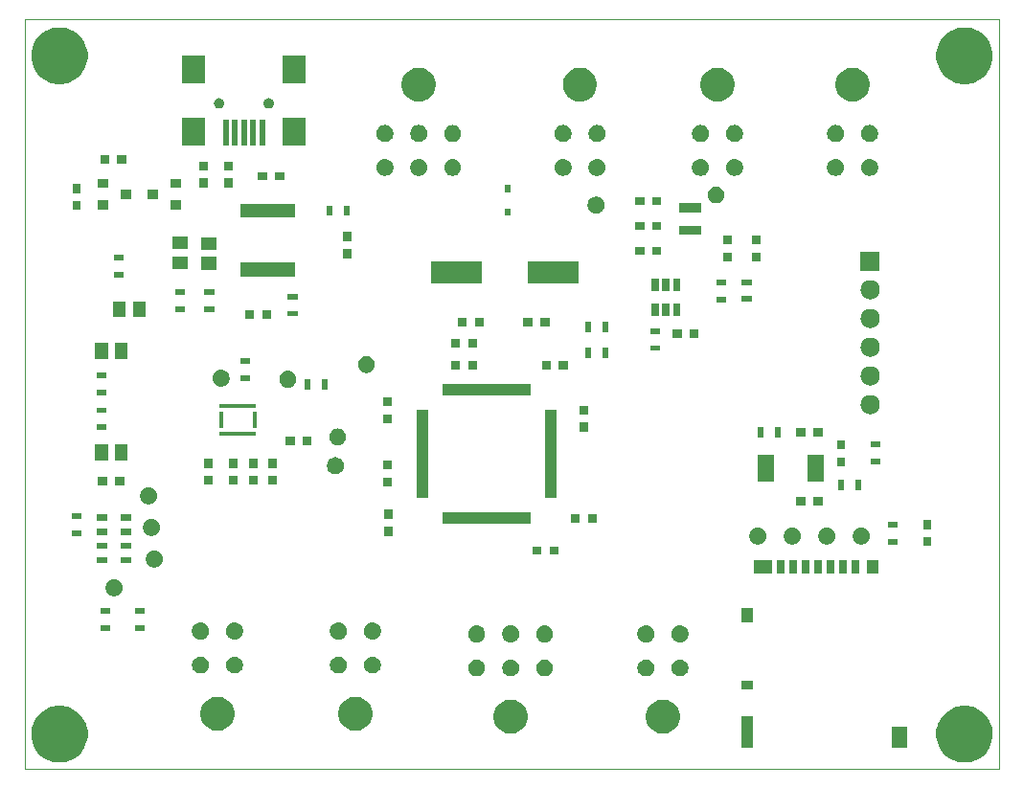
<source format=gbr>
G04 #@! TF.GenerationSoftware,KiCad,Pcbnew,(5.0.2)-1*
G04 #@! TF.CreationDate,2019-05-11T15:19:44-06:00*
G04 #@! TF.ProjectId,AndromedaV2.2,416e6472-6f6d-4656-9461-56322e322e6b,rev?*
G04 #@! TF.SameCoordinates,Original*
G04 #@! TF.FileFunction,Soldermask,Top*
G04 #@! TF.FilePolarity,Negative*
%FSLAX46Y46*%
G04 Gerber Fmt 4.6, Leading zero omitted, Abs format (unit mm)*
G04 Created by KiCad (PCBNEW (5.0.2)-1) date 2019-05-11 3:19:44 PM*
%MOMM*%
%LPD*%
G01*
G04 APERTURE LIST*
%ADD10C,0.100000*%
G04 APERTURE END LIST*
D10*
X169926000Y-66548000D02*
X169926000Y-67818000D01*
X83820000Y-66548000D02*
X169926000Y-66548000D01*
X83820000Y-67818000D02*
X83820000Y-66548000D01*
X83820000Y-67818000D02*
X83820000Y-132842000D01*
X169926000Y-132842000D02*
X169926000Y-67818000D01*
X83820000Y-132842000D02*
X169926000Y-132842000D01*
G36*
X167436225Y-127358049D02*
X167597223Y-127390074D01*
X167785677Y-127468134D01*
X168052193Y-127578528D01*
X168461660Y-127852126D01*
X168809874Y-128200340D01*
X169083472Y-128609807D01*
X169193866Y-128876323D01*
X169271926Y-129064777D01*
X169289499Y-129153124D01*
X169368000Y-129547770D01*
X169368000Y-130040230D01*
X169271926Y-130523222D01*
X169083472Y-130978193D01*
X168809874Y-131387660D01*
X168461660Y-131735874D01*
X168052193Y-132009472D01*
X167785677Y-132119866D01*
X167597223Y-132197926D01*
X167436225Y-132229951D01*
X167114230Y-132294000D01*
X166621770Y-132294000D01*
X166299775Y-132229951D01*
X166138777Y-132197926D01*
X165950323Y-132119866D01*
X165683807Y-132009472D01*
X165274340Y-131735874D01*
X164926126Y-131387660D01*
X164652528Y-130978193D01*
X164464074Y-130523222D01*
X164368000Y-130040230D01*
X164368000Y-129547770D01*
X164446501Y-129153124D01*
X164464074Y-129064777D01*
X164542134Y-128876323D01*
X164652528Y-128609807D01*
X164926126Y-128200340D01*
X165274340Y-127852126D01*
X165683807Y-127578528D01*
X165950323Y-127468134D01*
X166138777Y-127390074D01*
X166299775Y-127358049D01*
X166621770Y-127294000D01*
X167114230Y-127294000D01*
X167436225Y-127358049D01*
X167436225Y-127358049D01*
G37*
G36*
X87436225Y-127358049D02*
X87597223Y-127390074D01*
X87785677Y-127468134D01*
X88052193Y-127578528D01*
X88461660Y-127852126D01*
X88809874Y-128200340D01*
X89083472Y-128609807D01*
X89193866Y-128876323D01*
X89271926Y-129064777D01*
X89289499Y-129153124D01*
X89368000Y-129547770D01*
X89368000Y-130040230D01*
X89271926Y-130523222D01*
X89083472Y-130978193D01*
X88809874Y-131387660D01*
X88461660Y-131735874D01*
X88052193Y-132009472D01*
X87785677Y-132119866D01*
X87597223Y-132197926D01*
X87436225Y-132229951D01*
X87114230Y-132294000D01*
X86621770Y-132294000D01*
X86299775Y-132229951D01*
X86138777Y-132197926D01*
X85950323Y-132119866D01*
X85683807Y-132009472D01*
X85274340Y-131735874D01*
X84926126Y-131387660D01*
X84652528Y-130978193D01*
X84464074Y-130523222D01*
X84368000Y-130040230D01*
X84368000Y-129547770D01*
X84446501Y-129153124D01*
X84464074Y-129064777D01*
X84542134Y-128876323D01*
X84652528Y-128609807D01*
X84926126Y-128200340D01*
X85274340Y-127852126D01*
X85683807Y-127578528D01*
X85950323Y-127468134D01*
X86138777Y-127390074D01*
X86299775Y-127358049D01*
X86621770Y-127294000D01*
X87114230Y-127294000D01*
X87436225Y-127358049D01*
X87436225Y-127358049D01*
G37*
G36*
X161776000Y-131020000D02*
X160476000Y-131020000D01*
X160476000Y-129120000D01*
X161776000Y-129120000D01*
X161776000Y-131020000D01*
X161776000Y-131020000D01*
G37*
G36*
X148126000Y-131020000D02*
X147126000Y-131020000D01*
X147126000Y-128220000D01*
X148126000Y-128220000D01*
X148126000Y-131020000D01*
X148126000Y-131020000D01*
G37*
G36*
X140548935Y-126780429D02*
X140645534Y-126799644D01*
X140918517Y-126912717D01*
X141096741Y-127031803D01*
X141164197Y-127076876D01*
X141373124Y-127285803D01*
X141537284Y-127531485D01*
X141556770Y-127578528D01*
X141650356Y-127804466D01*
X141708000Y-128094263D01*
X141708000Y-128389737D01*
X141650356Y-128679534D01*
X141642493Y-128698517D01*
X141537284Y-128952515D01*
X141373124Y-129198197D01*
X141164197Y-129407124D01*
X141164194Y-129407126D01*
X140918517Y-129571283D01*
X140645534Y-129684356D01*
X140548935Y-129703571D01*
X140355739Y-129742000D01*
X140060261Y-129742000D01*
X139867065Y-129703571D01*
X139770466Y-129684356D01*
X139497483Y-129571283D01*
X139251806Y-129407126D01*
X139251803Y-129407124D01*
X139042876Y-129198197D01*
X138878716Y-128952515D01*
X138773507Y-128698517D01*
X138765644Y-128679534D01*
X138708000Y-128389737D01*
X138708000Y-128094263D01*
X138765644Y-127804466D01*
X138859230Y-127578528D01*
X138878716Y-127531485D01*
X139042876Y-127285803D01*
X139251803Y-127076876D01*
X139319259Y-127031803D01*
X139497483Y-126912717D01*
X139770466Y-126799644D01*
X139867065Y-126780429D01*
X140060261Y-126742000D01*
X140355739Y-126742000D01*
X140548935Y-126780429D01*
X140548935Y-126780429D01*
G37*
G36*
X127086935Y-126780429D02*
X127183534Y-126799644D01*
X127456517Y-126912717D01*
X127634741Y-127031803D01*
X127702197Y-127076876D01*
X127911124Y-127285803D01*
X128075284Y-127531485D01*
X128094770Y-127578528D01*
X128188356Y-127804466D01*
X128246000Y-128094263D01*
X128246000Y-128389737D01*
X128188356Y-128679534D01*
X128180493Y-128698517D01*
X128075284Y-128952515D01*
X127911124Y-129198197D01*
X127702197Y-129407124D01*
X127702194Y-129407126D01*
X127456517Y-129571283D01*
X127183534Y-129684356D01*
X127086935Y-129703571D01*
X126893739Y-129742000D01*
X126598261Y-129742000D01*
X126405065Y-129703571D01*
X126308466Y-129684356D01*
X126035483Y-129571283D01*
X125789806Y-129407126D01*
X125789803Y-129407124D01*
X125580876Y-129198197D01*
X125416716Y-128952515D01*
X125311507Y-128698517D01*
X125303644Y-128679534D01*
X125246000Y-128389737D01*
X125246000Y-128094263D01*
X125303644Y-127804466D01*
X125397230Y-127578528D01*
X125416716Y-127531485D01*
X125580876Y-127285803D01*
X125789803Y-127076876D01*
X125857259Y-127031803D01*
X126035483Y-126912717D01*
X126308466Y-126799644D01*
X126405065Y-126780429D01*
X126598261Y-126742000D01*
X126893739Y-126742000D01*
X127086935Y-126780429D01*
X127086935Y-126780429D01*
G37*
G36*
X113370935Y-126526429D02*
X113467534Y-126545644D01*
X113740517Y-126658717D01*
X113865158Y-126742000D01*
X113986197Y-126822876D01*
X114195124Y-127031803D01*
X114359284Y-127277485D01*
X114366125Y-127294000D01*
X114464494Y-127531485D01*
X114472356Y-127550467D01*
X114530000Y-127840261D01*
X114530000Y-128135739D01*
X114472356Y-128425533D01*
X114359284Y-128698515D01*
X114195124Y-128944197D01*
X113986197Y-129153124D01*
X113986194Y-129153126D01*
X113740517Y-129317283D01*
X113467534Y-129430356D01*
X113370935Y-129449571D01*
X113177739Y-129488000D01*
X112882261Y-129488000D01*
X112689065Y-129449571D01*
X112592466Y-129430356D01*
X112319483Y-129317283D01*
X112073806Y-129153126D01*
X112073803Y-129153124D01*
X111864876Y-128944197D01*
X111700716Y-128698515D01*
X111587644Y-128425533D01*
X111530000Y-128135739D01*
X111530000Y-127840261D01*
X111587644Y-127550467D01*
X111595507Y-127531485D01*
X111693875Y-127294000D01*
X111700716Y-127277485D01*
X111864876Y-127031803D01*
X112073803Y-126822876D01*
X112194842Y-126742000D01*
X112319483Y-126658717D01*
X112592466Y-126545644D01*
X112689065Y-126526429D01*
X112882261Y-126488000D01*
X113177739Y-126488000D01*
X113370935Y-126526429D01*
X113370935Y-126526429D01*
G37*
G36*
X101178935Y-126526429D02*
X101275534Y-126545644D01*
X101548517Y-126658717D01*
X101673158Y-126742000D01*
X101794197Y-126822876D01*
X102003124Y-127031803D01*
X102167284Y-127277485D01*
X102174125Y-127294000D01*
X102272494Y-127531485D01*
X102280356Y-127550467D01*
X102338000Y-127840261D01*
X102338000Y-128135739D01*
X102280356Y-128425533D01*
X102167284Y-128698515D01*
X102003124Y-128944197D01*
X101794197Y-129153124D01*
X101794194Y-129153126D01*
X101548517Y-129317283D01*
X101275534Y-129430356D01*
X101178935Y-129449571D01*
X100985739Y-129488000D01*
X100690261Y-129488000D01*
X100497065Y-129449571D01*
X100400466Y-129430356D01*
X100127483Y-129317283D01*
X99881806Y-129153126D01*
X99881803Y-129153124D01*
X99672876Y-128944197D01*
X99508716Y-128698515D01*
X99395644Y-128425533D01*
X99338000Y-128135739D01*
X99338000Y-127840261D01*
X99395644Y-127550467D01*
X99403507Y-127531485D01*
X99501875Y-127294000D01*
X99508716Y-127277485D01*
X99672876Y-127031803D01*
X99881803Y-126822876D01*
X100002842Y-126742000D01*
X100127483Y-126658717D01*
X100400466Y-126545644D01*
X100497065Y-126526429D01*
X100690261Y-126488000D01*
X100985739Y-126488000D01*
X101178935Y-126526429D01*
X101178935Y-126526429D01*
G37*
G36*
X148126000Y-125870000D02*
X147126000Y-125870000D01*
X147126000Y-125070000D01*
X148126000Y-125070000D01*
X148126000Y-125870000D01*
X148126000Y-125870000D01*
G37*
G36*
X141854318Y-123186411D02*
X141926767Y-123200822D01*
X141983303Y-123224240D01*
X142063257Y-123257358D01*
X142186100Y-123339439D01*
X142290561Y-123443900D01*
X142372642Y-123566743D01*
X142429178Y-123703234D01*
X142458000Y-123848130D01*
X142458000Y-123995870D01*
X142429178Y-124140766D01*
X142372642Y-124277257D01*
X142290561Y-124400100D01*
X142186100Y-124504561D01*
X142063257Y-124586642D01*
X141983303Y-124619760D01*
X141926767Y-124643178D01*
X141854318Y-124657589D01*
X141781870Y-124672000D01*
X141634130Y-124672000D01*
X141561682Y-124657589D01*
X141489233Y-124643178D01*
X141432697Y-124619760D01*
X141352743Y-124586642D01*
X141229900Y-124504561D01*
X141125439Y-124400100D01*
X141043358Y-124277257D01*
X140986822Y-124140766D01*
X140958000Y-123995870D01*
X140958000Y-123848130D01*
X140986822Y-123703234D01*
X141043358Y-123566743D01*
X141125439Y-123443900D01*
X141229900Y-123339439D01*
X141352743Y-123257358D01*
X141432697Y-123224240D01*
X141489233Y-123200822D01*
X141561682Y-123186411D01*
X141634130Y-123172000D01*
X141781870Y-123172000D01*
X141854318Y-123186411D01*
X141854318Y-123186411D01*
G37*
G36*
X129892318Y-123186411D02*
X129964767Y-123200822D01*
X130021303Y-123224240D01*
X130101257Y-123257358D01*
X130224100Y-123339439D01*
X130328561Y-123443900D01*
X130410642Y-123566743D01*
X130467178Y-123703234D01*
X130496000Y-123848130D01*
X130496000Y-123995870D01*
X130467178Y-124140766D01*
X130410642Y-124277257D01*
X130328561Y-124400100D01*
X130224100Y-124504561D01*
X130101257Y-124586642D01*
X130021303Y-124619760D01*
X129964767Y-124643178D01*
X129892318Y-124657589D01*
X129819870Y-124672000D01*
X129672130Y-124672000D01*
X129599682Y-124657589D01*
X129527233Y-124643178D01*
X129470697Y-124619760D01*
X129390743Y-124586642D01*
X129267900Y-124504561D01*
X129163439Y-124400100D01*
X129081358Y-124277257D01*
X129024822Y-124140766D01*
X128996000Y-123995870D01*
X128996000Y-123848130D01*
X129024822Y-123703234D01*
X129081358Y-123566743D01*
X129163439Y-123443900D01*
X129267900Y-123339439D01*
X129390743Y-123257358D01*
X129470697Y-123224240D01*
X129527233Y-123200822D01*
X129599682Y-123186411D01*
X129672130Y-123172000D01*
X129819870Y-123172000D01*
X129892318Y-123186411D01*
X129892318Y-123186411D01*
G37*
G36*
X123892318Y-123186411D02*
X123964767Y-123200822D01*
X124021303Y-123224240D01*
X124101257Y-123257358D01*
X124224100Y-123339439D01*
X124328561Y-123443900D01*
X124410642Y-123566743D01*
X124467178Y-123703234D01*
X124496000Y-123848130D01*
X124496000Y-123995870D01*
X124467178Y-124140766D01*
X124410642Y-124277257D01*
X124328561Y-124400100D01*
X124224100Y-124504561D01*
X124101257Y-124586642D01*
X124021303Y-124619760D01*
X123964767Y-124643178D01*
X123892318Y-124657589D01*
X123819870Y-124672000D01*
X123672130Y-124672000D01*
X123599682Y-124657589D01*
X123527233Y-124643178D01*
X123470697Y-124619760D01*
X123390743Y-124586642D01*
X123267900Y-124504561D01*
X123163439Y-124400100D01*
X123081358Y-124277257D01*
X123024822Y-124140766D01*
X122996000Y-123995870D01*
X122996000Y-123848130D01*
X123024822Y-123703234D01*
X123081358Y-123566743D01*
X123163439Y-123443900D01*
X123267900Y-123339439D01*
X123390743Y-123257358D01*
X123470697Y-123224240D01*
X123527233Y-123200822D01*
X123599682Y-123186411D01*
X123672130Y-123172000D01*
X123819870Y-123172000D01*
X123892318Y-123186411D01*
X123892318Y-123186411D01*
G37*
G36*
X138854318Y-123186411D02*
X138926767Y-123200822D01*
X138983303Y-123224240D01*
X139063257Y-123257358D01*
X139186100Y-123339439D01*
X139290561Y-123443900D01*
X139372642Y-123566743D01*
X139429178Y-123703234D01*
X139458000Y-123848130D01*
X139458000Y-123995870D01*
X139429178Y-124140766D01*
X139372642Y-124277257D01*
X139290561Y-124400100D01*
X139186100Y-124504561D01*
X139063257Y-124586642D01*
X138983303Y-124619760D01*
X138926767Y-124643178D01*
X138854318Y-124657589D01*
X138781870Y-124672000D01*
X138634130Y-124672000D01*
X138561682Y-124657589D01*
X138489233Y-124643178D01*
X138432697Y-124619760D01*
X138352743Y-124586642D01*
X138229900Y-124504561D01*
X138125439Y-124400100D01*
X138043358Y-124277257D01*
X137986822Y-124140766D01*
X137958000Y-123995870D01*
X137958000Y-123848130D01*
X137986822Y-123703234D01*
X138043358Y-123566743D01*
X138125439Y-123443900D01*
X138229900Y-123339439D01*
X138352743Y-123257358D01*
X138432697Y-123224240D01*
X138489233Y-123200822D01*
X138561682Y-123186411D01*
X138634130Y-123172000D01*
X138781870Y-123172000D01*
X138854318Y-123186411D01*
X138854318Y-123186411D01*
G37*
G36*
X126892318Y-123186411D02*
X126964767Y-123200822D01*
X127021303Y-123224240D01*
X127101257Y-123257358D01*
X127224100Y-123339439D01*
X127328561Y-123443900D01*
X127410642Y-123566743D01*
X127467178Y-123703234D01*
X127496000Y-123848130D01*
X127496000Y-123995870D01*
X127467178Y-124140766D01*
X127410642Y-124277257D01*
X127328561Y-124400100D01*
X127224100Y-124504561D01*
X127101257Y-124586642D01*
X127021303Y-124619760D01*
X126964767Y-124643178D01*
X126892318Y-124657589D01*
X126819870Y-124672000D01*
X126672130Y-124672000D01*
X126599682Y-124657589D01*
X126527233Y-124643178D01*
X126470697Y-124619760D01*
X126390743Y-124586642D01*
X126267900Y-124504561D01*
X126163439Y-124400100D01*
X126081358Y-124277257D01*
X126024822Y-124140766D01*
X125996000Y-123995870D01*
X125996000Y-123848130D01*
X126024822Y-123703234D01*
X126081358Y-123566743D01*
X126163439Y-123443900D01*
X126267900Y-123339439D01*
X126390743Y-123257358D01*
X126470697Y-123224240D01*
X126527233Y-123200822D01*
X126599682Y-123186411D01*
X126672130Y-123172000D01*
X126819870Y-123172000D01*
X126892318Y-123186411D01*
X126892318Y-123186411D01*
G37*
G36*
X99484318Y-122932411D02*
X99556767Y-122946822D01*
X99613303Y-122970240D01*
X99693257Y-123003358D01*
X99816100Y-123085439D01*
X99920561Y-123189900D01*
X100002642Y-123312743D01*
X100059178Y-123449234D01*
X100088000Y-123594130D01*
X100088000Y-123741870D01*
X100059178Y-123886766D01*
X100002642Y-124023257D01*
X99920561Y-124146100D01*
X99816100Y-124250561D01*
X99693257Y-124332642D01*
X99613303Y-124365760D01*
X99556767Y-124389178D01*
X99501873Y-124400097D01*
X99411870Y-124418000D01*
X99264130Y-124418000D01*
X99174127Y-124400097D01*
X99119233Y-124389178D01*
X99062697Y-124365760D01*
X98982743Y-124332642D01*
X98859900Y-124250561D01*
X98755439Y-124146100D01*
X98673358Y-124023257D01*
X98616822Y-123886766D01*
X98588000Y-123741870D01*
X98588000Y-123594130D01*
X98616822Y-123449234D01*
X98673358Y-123312743D01*
X98755439Y-123189900D01*
X98859900Y-123085439D01*
X98982743Y-123003358D01*
X99062697Y-122970240D01*
X99119233Y-122946822D01*
X99191682Y-122932411D01*
X99264130Y-122918000D01*
X99411870Y-122918000D01*
X99484318Y-122932411D01*
X99484318Y-122932411D01*
G37*
G36*
X102484318Y-122932411D02*
X102556767Y-122946822D01*
X102613303Y-122970240D01*
X102693257Y-123003358D01*
X102816100Y-123085439D01*
X102920561Y-123189900D01*
X103002642Y-123312743D01*
X103059178Y-123449234D01*
X103088000Y-123594130D01*
X103088000Y-123741870D01*
X103059178Y-123886766D01*
X103002642Y-124023257D01*
X102920561Y-124146100D01*
X102816100Y-124250561D01*
X102693257Y-124332642D01*
X102613303Y-124365760D01*
X102556767Y-124389178D01*
X102501873Y-124400097D01*
X102411870Y-124418000D01*
X102264130Y-124418000D01*
X102174127Y-124400097D01*
X102119233Y-124389178D01*
X102062697Y-124365760D01*
X101982743Y-124332642D01*
X101859900Y-124250561D01*
X101755439Y-124146100D01*
X101673358Y-124023257D01*
X101616822Y-123886766D01*
X101588000Y-123741870D01*
X101588000Y-123594130D01*
X101616822Y-123449234D01*
X101673358Y-123312743D01*
X101755439Y-123189900D01*
X101859900Y-123085439D01*
X101982743Y-123003358D01*
X102062697Y-122970240D01*
X102119233Y-122946822D01*
X102191682Y-122932411D01*
X102264130Y-122918000D01*
X102411870Y-122918000D01*
X102484318Y-122932411D01*
X102484318Y-122932411D01*
G37*
G36*
X114676318Y-122932411D02*
X114748767Y-122946822D01*
X114805303Y-122970240D01*
X114885257Y-123003358D01*
X115008100Y-123085439D01*
X115112561Y-123189900D01*
X115194642Y-123312743D01*
X115251178Y-123449234D01*
X115280000Y-123594130D01*
X115280000Y-123741870D01*
X115251178Y-123886766D01*
X115194642Y-124023257D01*
X115112561Y-124146100D01*
X115008100Y-124250561D01*
X114885257Y-124332642D01*
X114805303Y-124365760D01*
X114748767Y-124389178D01*
X114693873Y-124400097D01*
X114603870Y-124418000D01*
X114456130Y-124418000D01*
X114366127Y-124400097D01*
X114311233Y-124389178D01*
X114254697Y-124365760D01*
X114174743Y-124332642D01*
X114051900Y-124250561D01*
X113947439Y-124146100D01*
X113865358Y-124023257D01*
X113808822Y-123886766D01*
X113780000Y-123741870D01*
X113780000Y-123594130D01*
X113808822Y-123449234D01*
X113865358Y-123312743D01*
X113947439Y-123189900D01*
X114051900Y-123085439D01*
X114174743Y-123003358D01*
X114254697Y-122970240D01*
X114311233Y-122946822D01*
X114383682Y-122932411D01*
X114456130Y-122918000D01*
X114603870Y-122918000D01*
X114676318Y-122932411D01*
X114676318Y-122932411D01*
G37*
G36*
X111676318Y-122932411D02*
X111748767Y-122946822D01*
X111805303Y-122970240D01*
X111885257Y-123003358D01*
X112008100Y-123085439D01*
X112112561Y-123189900D01*
X112194642Y-123312743D01*
X112251178Y-123449234D01*
X112280000Y-123594130D01*
X112280000Y-123741870D01*
X112251178Y-123886766D01*
X112194642Y-124023257D01*
X112112561Y-124146100D01*
X112008100Y-124250561D01*
X111885257Y-124332642D01*
X111805303Y-124365760D01*
X111748767Y-124389178D01*
X111693873Y-124400097D01*
X111603870Y-124418000D01*
X111456130Y-124418000D01*
X111366127Y-124400097D01*
X111311233Y-124389178D01*
X111254697Y-124365760D01*
X111174743Y-124332642D01*
X111051900Y-124250561D01*
X110947439Y-124146100D01*
X110865358Y-124023257D01*
X110808822Y-123886766D01*
X110780000Y-123741870D01*
X110780000Y-123594130D01*
X110808822Y-123449234D01*
X110865358Y-123312743D01*
X110947439Y-123189900D01*
X111051900Y-123085439D01*
X111174743Y-123003358D01*
X111254697Y-122970240D01*
X111311233Y-122946822D01*
X111383682Y-122932411D01*
X111456130Y-122918000D01*
X111603870Y-122918000D01*
X111676318Y-122932411D01*
X111676318Y-122932411D01*
G37*
G36*
X138854318Y-120186411D02*
X138926767Y-120200822D01*
X138983303Y-120224240D01*
X139063257Y-120257358D01*
X139186100Y-120339439D01*
X139290561Y-120443900D01*
X139372642Y-120566743D01*
X139429178Y-120703234D01*
X139458000Y-120848130D01*
X139458000Y-120995870D01*
X139429178Y-121140766D01*
X139372642Y-121277257D01*
X139290561Y-121400100D01*
X139186100Y-121504561D01*
X139063257Y-121586642D01*
X138983303Y-121619760D01*
X138926767Y-121643178D01*
X138854318Y-121657589D01*
X138781870Y-121672000D01*
X138634130Y-121672000D01*
X138561682Y-121657589D01*
X138489233Y-121643178D01*
X138432697Y-121619760D01*
X138352743Y-121586642D01*
X138229900Y-121504561D01*
X138125439Y-121400100D01*
X138043358Y-121277257D01*
X137986822Y-121140766D01*
X137958000Y-120995870D01*
X137958000Y-120848130D01*
X137986822Y-120703234D01*
X138043358Y-120566743D01*
X138125439Y-120443900D01*
X138229900Y-120339439D01*
X138352743Y-120257358D01*
X138432697Y-120224240D01*
X138489233Y-120200822D01*
X138561682Y-120186411D01*
X138634130Y-120172000D01*
X138781870Y-120172000D01*
X138854318Y-120186411D01*
X138854318Y-120186411D01*
G37*
G36*
X123892318Y-120186411D02*
X123964767Y-120200822D01*
X124021303Y-120224240D01*
X124101257Y-120257358D01*
X124224100Y-120339439D01*
X124328561Y-120443900D01*
X124410642Y-120566743D01*
X124467178Y-120703234D01*
X124496000Y-120848130D01*
X124496000Y-120995870D01*
X124467178Y-121140766D01*
X124410642Y-121277257D01*
X124328561Y-121400100D01*
X124224100Y-121504561D01*
X124101257Y-121586642D01*
X124021303Y-121619760D01*
X123964767Y-121643178D01*
X123892318Y-121657589D01*
X123819870Y-121672000D01*
X123672130Y-121672000D01*
X123599682Y-121657589D01*
X123527233Y-121643178D01*
X123470697Y-121619760D01*
X123390743Y-121586642D01*
X123267900Y-121504561D01*
X123163439Y-121400100D01*
X123081358Y-121277257D01*
X123024822Y-121140766D01*
X122996000Y-120995870D01*
X122996000Y-120848130D01*
X123024822Y-120703234D01*
X123081358Y-120566743D01*
X123163439Y-120443900D01*
X123267900Y-120339439D01*
X123390743Y-120257358D01*
X123470697Y-120224240D01*
X123527233Y-120200822D01*
X123599682Y-120186411D01*
X123672130Y-120172000D01*
X123819870Y-120172000D01*
X123892318Y-120186411D01*
X123892318Y-120186411D01*
G37*
G36*
X141854318Y-120186411D02*
X141926767Y-120200822D01*
X141983303Y-120224240D01*
X142063257Y-120257358D01*
X142186100Y-120339439D01*
X142290561Y-120443900D01*
X142372642Y-120566743D01*
X142429178Y-120703234D01*
X142458000Y-120848130D01*
X142458000Y-120995870D01*
X142429178Y-121140766D01*
X142372642Y-121277257D01*
X142290561Y-121400100D01*
X142186100Y-121504561D01*
X142063257Y-121586642D01*
X141983303Y-121619760D01*
X141926767Y-121643178D01*
X141854318Y-121657589D01*
X141781870Y-121672000D01*
X141634130Y-121672000D01*
X141561682Y-121657589D01*
X141489233Y-121643178D01*
X141432697Y-121619760D01*
X141352743Y-121586642D01*
X141229900Y-121504561D01*
X141125439Y-121400100D01*
X141043358Y-121277257D01*
X140986822Y-121140766D01*
X140958000Y-120995870D01*
X140958000Y-120848130D01*
X140986822Y-120703234D01*
X141043358Y-120566743D01*
X141125439Y-120443900D01*
X141229900Y-120339439D01*
X141352743Y-120257358D01*
X141432697Y-120224240D01*
X141489233Y-120200822D01*
X141561682Y-120186411D01*
X141634130Y-120172000D01*
X141781870Y-120172000D01*
X141854318Y-120186411D01*
X141854318Y-120186411D01*
G37*
G36*
X129892318Y-120186411D02*
X129964767Y-120200822D01*
X130021303Y-120224240D01*
X130101257Y-120257358D01*
X130224100Y-120339439D01*
X130328561Y-120443900D01*
X130410642Y-120566743D01*
X130467178Y-120703234D01*
X130496000Y-120848130D01*
X130496000Y-120995870D01*
X130467178Y-121140766D01*
X130410642Y-121277257D01*
X130328561Y-121400100D01*
X130224100Y-121504561D01*
X130101257Y-121586642D01*
X130021303Y-121619760D01*
X129964767Y-121643178D01*
X129892318Y-121657589D01*
X129819870Y-121672000D01*
X129672130Y-121672000D01*
X129599682Y-121657589D01*
X129527233Y-121643178D01*
X129470697Y-121619760D01*
X129390743Y-121586642D01*
X129267900Y-121504561D01*
X129163439Y-121400100D01*
X129081358Y-121277257D01*
X129024822Y-121140766D01*
X128996000Y-120995870D01*
X128996000Y-120848130D01*
X129024822Y-120703234D01*
X129081358Y-120566743D01*
X129163439Y-120443900D01*
X129267900Y-120339439D01*
X129390743Y-120257358D01*
X129470697Y-120224240D01*
X129527233Y-120200822D01*
X129599682Y-120186411D01*
X129672130Y-120172000D01*
X129819870Y-120172000D01*
X129892318Y-120186411D01*
X129892318Y-120186411D01*
G37*
G36*
X126892318Y-120186411D02*
X126964767Y-120200822D01*
X127021303Y-120224240D01*
X127101257Y-120257358D01*
X127224100Y-120339439D01*
X127328561Y-120443900D01*
X127410642Y-120566743D01*
X127467178Y-120703234D01*
X127496000Y-120848130D01*
X127496000Y-120995870D01*
X127467178Y-121140766D01*
X127410642Y-121277257D01*
X127328561Y-121400100D01*
X127224100Y-121504561D01*
X127101257Y-121586642D01*
X127021303Y-121619760D01*
X126964767Y-121643178D01*
X126892318Y-121657589D01*
X126819870Y-121672000D01*
X126672130Y-121672000D01*
X126599682Y-121657589D01*
X126527233Y-121643178D01*
X126470697Y-121619760D01*
X126390743Y-121586642D01*
X126267900Y-121504561D01*
X126163439Y-121400100D01*
X126081358Y-121277257D01*
X126024822Y-121140766D01*
X125996000Y-120995870D01*
X125996000Y-120848130D01*
X126024822Y-120703234D01*
X126081358Y-120566743D01*
X126163439Y-120443900D01*
X126267900Y-120339439D01*
X126390743Y-120257358D01*
X126470697Y-120224240D01*
X126527233Y-120200822D01*
X126599682Y-120186411D01*
X126672130Y-120172000D01*
X126819870Y-120172000D01*
X126892318Y-120186411D01*
X126892318Y-120186411D01*
G37*
G36*
X114676318Y-119932411D02*
X114748767Y-119946822D01*
X114805303Y-119970240D01*
X114885257Y-120003358D01*
X115008100Y-120085439D01*
X115112561Y-120189900D01*
X115194642Y-120312743D01*
X115251178Y-120449234D01*
X115280000Y-120594130D01*
X115280000Y-120741870D01*
X115251178Y-120886766D01*
X115194642Y-121023257D01*
X115112561Y-121146100D01*
X115008100Y-121250561D01*
X114885257Y-121332642D01*
X114805303Y-121365760D01*
X114748767Y-121389178D01*
X114693873Y-121400097D01*
X114603870Y-121418000D01*
X114456130Y-121418000D01*
X114366127Y-121400097D01*
X114311233Y-121389178D01*
X114254697Y-121365760D01*
X114174743Y-121332642D01*
X114051900Y-121250561D01*
X113947439Y-121146100D01*
X113865358Y-121023257D01*
X113808822Y-120886766D01*
X113780000Y-120741870D01*
X113780000Y-120594130D01*
X113808822Y-120449234D01*
X113865358Y-120312743D01*
X113947439Y-120189900D01*
X114051900Y-120085439D01*
X114174743Y-120003358D01*
X114254697Y-119970240D01*
X114311233Y-119946822D01*
X114383682Y-119932411D01*
X114456130Y-119918000D01*
X114603870Y-119918000D01*
X114676318Y-119932411D01*
X114676318Y-119932411D01*
G37*
G36*
X111676318Y-119932411D02*
X111748767Y-119946822D01*
X111805303Y-119970240D01*
X111885257Y-120003358D01*
X112008100Y-120085439D01*
X112112561Y-120189900D01*
X112194642Y-120312743D01*
X112251178Y-120449234D01*
X112280000Y-120594130D01*
X112280000Y-120741870D01*
X112251178Y-120886766D01*
X112194642Y-121023257D01*
X112112561Y-121146100D01*
X112008100Y-121250561D01*
X111885257Y-121332642D01*
X111805303Y-121365760D01*
X111748767Y-121389178D01*
X111693873Y-121400097D01*
X111603870Y-121418000D01*
X111456130Y-121418000D01*
X111366127Y-121400097D01*
X111311233Y-121389178D01*
X111254697Y-121365760D01*
X111174743Y-121332642D01*
X111051900Y-121250561D01*
X110947439Y-121146100D01*
X110865358Y-121023257D01*
X110808822Y-120886766D01*
X110780000Y-120741870D01*
X110780000Y-120594130D01*
X110808822Y-120449234D01*
X110865358Y-120312743D01*
X110947439Y-120189900D01*
X111051900Y-120085439D01*
X111174743Y-120003358D01*
X111254697Y-119970240D01*
X111311233Y-119946822D01*
X111383682Y-119932411D01*
X111456130Y-119918000D01*
X111603870Y-119918000D01*
X111676318Y-119932411D01*
X111676318Y-119932411D01*
G37*
G36*
X102484318Y-119932411D02*
X102556767Y-119946822D01*
X102613303Y-119970240D01*
X102693257Y-120003358D01*
X102816100Y-120085439D01*
X102920561Y-120189900D01*
X103002642Y-120312743D01*
X103059178Y-120449234D01*
X103088000Y-120594130D01*
X103088000Y-120741870D01*
X103059178Y-120886766D01*
X103002642Y-121023257D01*
X102920561Y-121146100D01*
X102816100Y-121250561D01*
X102693257Y-121332642D01*
X102613303Y-121365760D01*
X102556767Y-121389178D01*
X102501873Y-121400097D01*
X102411870Y-121418000D01*
X102264130Y-121418000D01*
X102174127Y-121400097D01*
X102119233Y-121389178D01*
X102062697Y-121365760D01*
X101982743Y-121332642D01*
X101859900Y-121250561D01*
X101755439Y-121146100D01*
X101673358Y-121023257D01*
X101616822Y-120886766D01*
X101588000Y-120741870D01*
X101588000Y-120594130D01*
X101616822Y-120449234D01*
X101673358Y-120312743D01*
X101755439Y-120189900D01*
X101859900Y-120085439D01*
X101982743Y-120003358D01*
X102062697Y-119970240D01*
X102119233Y-119946822D01*
X102191682Y-119932411D01*
X102264130Y-119918000D01*
X102411870Y-119918000D01*
X102484318Y-119932411D01*
X102484318Y-119932411D01*
G37*
G36*
X99484318Y-119932411D02*
X99556767Y-119946822D01*
X99613303Y-119970240D01*
X99693257Y-120003358D01*
X99816100Y-120085439D01*
X99920561Y-120189900D01*
X100002642Y-120312743D01*
X100059178Y-120449234D01*
X100088000Y-120594130D01*
X100088000Y-120741870D01*
X100059178Y-120886766D01*
X100002642Y-121023257D01*
X99920561Y-121146100D01*
X99816100Y-121250561D01*
X99693257Y-121332642D01*
X99613303Y-121365760D01*
X99556767Y-121389178D01*
X99501873Y-121400097D01*
X99411870Y-121418000D01*
X99264130Y-121418000D01*
X99174127Y-121400097D01*
X99119233Y-121389178D01*
X99062697Y-121365760D01*
X98982743Y-121332642D01*
X98859900Y-121250561D01*
X98755439Y-121146100D01*
X98673358Y-121023257D01*
X98616822Y-120886766D01*
X98588000Y-120741870D01*
X98588000Y-120594130D01*
X98616822Y-120449234D01*
X98673358Y-120312743D01*
X98755439Y-120189900D01*
X98859900Y-120085439D01*
X98982743Y-120003358D01*
X99062697Y-119970240D01*
X99119233Y-119946822D01*
X99191682Y-119932411D01*
X99264130Y-119918000D01*
X99411870Y-119918000D01*
X99484318Y-119932411D01*
X99484318Y-119932411D01*
G37*
G36*
X94430000Y-120634000D02*
X93530000Y-120634000D01*
X93530000Y-120134000D01*
X94430000Y-120134000D01*
X94430000Y-120634000D01*
X94430000Y-120634000D01*
G37*
G36*
X91382000Y-120634000D02*
X90482000Y-120634000D01*
X90482000Y-120134000D01*
X91382000Y-120134000D01*
X91382000Y-120634000D01*
X91382000Y-120634000D01*
G37*
G36*
X148126000Y-119870000D02*
X147126000Y-119870000D01*
X147126000Y-118670000D01*
X148126000Y-118670000D01*
X148126000Y-119870000D01*
X148126000Y-119870000D01*
G37*
G36*
X94430000Y-119134000D02*
X93530000Y-119134000D01*
X93530000Y-118634000D01*
X94430000Y-118634000D01*
X94430000Y-119134000D01*
X94430000Y-119134000D01*
G37*
G36*
X91382000Y-119134000D02*
X90482000Y-119134000D01*
X90482000Y-118634000D01*
X91382000Y-118634000D01*
X91382000Y-119134000D01*
X91382000Y-119134000D01*
G37*
G36*
X91840318Y-116104411D02*
X91912767Y-116118822D01*
X91969303Y-116142240D01*
X92049257Y-116175358D01*
X92172100Y-116257439D01*
X92276561Y-116361900D01*
X92358642Y-116484743D01*
X92415178Y-116621234D01*
X92444000Y-116766130D01*
X92444000Y-116913870D01*
X92415178Y-117058766D01*
X92358642Y-117195257D01*
X92276561Y-117318100D01*
X92172100Y-117422561D01*
X92049257Y-117504642D01*
X91969303Y-117537760D01*
X91912767Y-117561178D01*
X91840318Y-117575589D01*
X91767870Y-117590000D01*
X91620130Y-117590000D01*
X91547682Y-117575589D01*
X91475233Y-117561178D01*
X91418697Y-117537760D01*
X91338743Y-117504642D01*
X91215900Y-117422561D01*
X91111439Y-117318100D01*
X91029358Y-117195257D01*
X90972822Y-117058766D01*
X90944000Y-116913870D01*
X90944000Y-116766130D01*
X90972822Y-116621234D01*
X91029358Y-116484743D01*
X91111439Y-116361900D01*
X91215900Y-116257439D01*
X91338743Y-116175358D01*
X91418697Y-116142240D01*
X91475233Y-116118822D01*
X91547682Y-116104411D01*
X91620130Y-116090000D01*
X91767870Y-116090000D01*
X91840318Y-116104411D01*
X91840318Y-116104411D01*
G37*
G36*
X157576000Y-115570000D02*
X156876000Y-115570000D01*
X156876000Y-114370000D01*
X157576000Y-114370000D01*
X157576000Y-115570000D01*
X157576000Y-115570000D01*
G37*
G36*
X152076000Y-115570000D02*
X151376000Y-115570000D01*
X151376000Y-114370000D01*
X152076000Y-114370000D01*
X152076000Y-115570000D01*
X152076000Y-115570000D01*
G37*
G36*
X153176000Y-115570000D02*
X152476000Y-115570000D01*
X152476000Y-114370000D01*
X153176000Y-114370000D01*
X153176000Y-115570000D01*
X153176000Y-115570000D01*
G37*
G36*
X159276000Y-115570000D02*
X158276000Y-115570000D01*
X158276000Y-114370000D01*
X159276000Y-114370000D01*
X159276000Y-115570000D01*
X159276000Y-115570000D01*
G37*
G36*
X155376000Y-115570000D02*
X154676000Y-115570000D01*
X154676000Y-114370000D01*
X155376000Y-114370000D01*
X155376000Y-115570000D01*
X155376000Y-115570000D01*
G37*
G36*
X154276000Y-115570000D02*
X153576000Y-115570000D01*
X153576000Y-114370000D01*
X154276000Y-114370000D01*
X154276000Y-115570000D01*
X154276000Y-115570000D01*
G37*
G36*
X150976000Y-115570000D02*
X150276000Y-115570000D01*
X150276000Y-114370000D01*
X150976000Y-114370000D01*
X150976000Y-115570000D01*
X150976000Y-115570000D01*
G37*
G36*
X149876000Y-115570000D02*
X148226000Y-115570000D01*
X148226000Y-114370000D01*
X149876000Y-114370000D01*
X149876000Y-115570000D01*
X149876000Y-115570000D01*
G37*
G36*
X156476000Y-115570000D02*
X155776000Y-115570000D01*
X155776000Y-114370000D01*
X156476000Y-114370000D01*
X156476000Y-115570000D01*
X156476000Y-115570000D01*
G37*
G36*
X95396318Y-113564411D02*
X95468767Y-113578822D01*
X95525303Y-113602240D01*
X95605257Y-113635358D01*
X95728100Y-113717439D01*
X95832561Y-113821900D01*
X95914642Y-113944743D01*
X95971178Y-114081234D01*
X96000000Y-114226130D01*
X96000000Y-114373870D01*
X95971178Y-114518766D01*
X95914642Y-114655257D01*
X95832561Y-114778100D01*
X95728100Y-114882561D01*
X95605257Y-114964642D01*
X95525303Y-114997760D01*
X95468767Y-115021178D01*
X95396318Y-115035589D01*
X95323870Y-115050000D01*
X95176130Y-115050000D01*
X95103682Y-115035589D01*
X95031233Y-115021178D01*
X94974697Y-114997760D01*
X94894743Y-114964642D01*
X94771900Y-114882561D01*
X94667439Y-114778100D01*
X94585358Y-114655257D01*
X94528822Y-114518766D01*
X94500000Y-114373870D01*
X94500000Y-114226130D01*
X94528822Y-114081234D01*
X94585358Y-113944743D01*
X94667439Y-113821900D01*
X94771900Y-113717439D01*
X94894743Y-113635358D01*
X94974697Y-113602240D01*
X95031233Y-113578822D01*
X95103682Y-113564411D01*
X95176130Y-113550000D01*
X95323870Y-113550000D01*
X95396318Y-113564411D01*
X95396318Y-113564411D01*
G37*
G36*
X91094000Y-114672000D02*
X90144000Y-114672000D01*
X90144000Y-114122000D01*
X91094000Y-114122000D01*
X91094000Y-114672000D01*
X91094000Y-114672000D01*
G37*
G36*
X93244000Y-114672000D02*
X92294000Y-114672000D01*
X92294000Y-114122000D01*
X93244000Y-114122000D01*
X93244000Y-114672000D01*
X93244000Y-114672000D01*
G37*
G36*
X130975000Y-113925000D02*
X130175000Y-113925000D01*
X130175000Y-113175000D01*
X130975000Y-113175000D01*
X130975000Y-113925000D01*
X130975000Y-113925000D01*
G37*
G36*
X129475000Y-113925000D02*
X128675000Y-113925000D01*
X128675000Y-113175000D01*
X129475000Y-113175000D01*
X129475000Y-113925000D01*
X129475000Y-113925000D01*
G37*
G36*
X91094000Y-113422000D02*
X90144000Y-113422000D01*
X90144000Y-112872000D01*
X91094000Y-112872000D01*
X91094000Y-113422000D01*
X91094000Y-113422000D01*
G37*
G36*
X93244000Y-113422000D02*
X92294000Y-113422000D01*
X92294000Y-112872000D01*
X93244000Y-112872000D01*
X93244000Y-113422000D01*
X93244000Y-113422000D01*
G37*
G36*
X163951000Y-113164000D02*
X163201000Y-113164000D01*
X163201000Y-112364000D01*
X163951000Y-112364000D01*
X163951000Y-113164000D01*
X163951000Y-113164000D01*
G37*
G36*
X160978000Y-113026000D02*
X160078000Y-113026000D01*
X160078000Y-112526000D01*
X160978000Y-112526000D01*
X160978000Y-113026000D01*
X160978000Y-113026000D01*
G37*
G36*
X157848088Y-111526000D02*
X157952767Y-111546822D01*
X158009303Y-111570240D01*
X158089257Y-111603358D01*
X158212100Y-111685439D01*
X158316561Y-111789900D01*
X158398642Y-111912743D01*
X158455178Y-112049234D01*
X158484000Y-112194130D01*
X158484000Y-112341870D01*
X158455178Y-112486766D01*
X158398642Y-112623257D01*
X158316561Y-112746100D01*
X158212100Y-112850561D01*
X158089257Y-112932642D01*
X158009303Y-112965760D01*
X157952767Y-112989178D01*
X157880318Y-113003589D01*
X157807870Y-113018000D01*
X157660130Y-113018000D01*
X157587682Y-113003589D01*
X157515233Y-112989178D01*
X157458697Y-112965760D01*
X157378743Y-112932642D01*
X157255900Y-112850561D01*
X157151439Y-112746100D01*
X157069358Y-112623257D01*
X157012822Y-112486766D01*
X156984000Y-112341870D01*
X156984000Y-112194130D01*
X157012822Y-112049234D01*
X157069358Y-111912743D01*
X157151439Y-111789900D01*
X157255900Y-111685439D01*
X157378743Y-111603358D01*
X157458697Y-111570240D01*
X157515233Y-111546822D01*
X157619912Y-111526000D01*
X157660130Y-111518000D01*
X157807870Y-111518000D01*
X157848088Y-111526000D01*
X157848088Y-111526000D01*
G37*
G36*
X148704088Y-111526000D02*
X148808767Y-111546822D01*
X148865303Y-111570240D01*
X148945257Y-111603358D01*
X149068100Y-111685439D01*
X149172561Y-111789900D01*
X149254642Y-111912743D01*
X149311178Y-112049234D01*
X149340000Y-112194130D01*
X149340000Y-112341870D01*
X149311178Y-112486766D01*
X149254642Y-112623257D01*
X149172561Y-112746100D01*
X149068100Y-112850561D01*
X148945257Y-112932642D01*
X148865303Y-112965760D01*
X148808767Y-112989178D01*
X148736318Y-113003589D01*
X148663870Y-113018000D01*
X148516130Y-113018000D01*
X148443682Y-113003589D01*
X148371233Y-112989178D01*
X148314697Y-112965760D01*
X148234743Y-112932642D01*
X148111900Y-112850561D01*
X148007439Y-112746100D01*
X147925358Y-112623257D01*
X147868822Y-112486766D01*
X147840000Y-112341870D01*
X147840000Y-112194130D01*
X147868822Y-112049234D01*
X147925358Y-111912743D01*
X148007439Y-111789900D01*
X148111900Y-111685439D01*
X148234743Y-111603358D01*
X148314697Y-111570240D01*
X148371233Y-111546822D01*
X148475912Y-111526000D01*
X148516130Y-111518000D01*
X148663870Y-111518000D01*
X148704088Y-111526000D01*
X148704088Y-111526000D01*
G37*
G36*
X151752088Y-111526000D02*
X151856767Y-111546822D01*
X151913303Y-111570240D01*
X151993257Y-111603358D01*
X152116100Y-111685439D01*
X152220561Y-111789900D01*
X152302642Y-111912743D01*
X152359178Y-112049234D01*
X152388000Y-112194130D01*
X152388000Y-112341870D01*
X152359178Y-112486766D01*
X152302642Y-112623257D01*
X152220561Y-112746100D01*
X152116100Y-112850561D01*
X151993257Y-112932642D01*
X151913303Y-112965760D01*
X151856767Y-112989178D01*
X151784318Y-113003589D01*
X151711870Y-113018000D01*
X151564130Y-113018000D01*
X151491682Y-113003589D01*
X151419233Y-112989178D01*
X151362697Y-112965760D01*
X151282743Y-112932642D01*
X151159900Y-112850561D01*
X151055439Y-112746100D01*
X150973358Y-112623257D01*
X150916822Y-112486766D01*
X150888000Y-112341870D01*
X150888000Y-112194130D01*
X150916822Y-112049234D01*
X150973358Y-111912743D01*
X151055439Y-111789900D01*
X151159900Y-111685439D01*
X151282743Y-111603358D01*
X151362697Y-111570240D01*
X151419233Y-111546822D01*
X151523912Y-111526000D01*
X151564130Y-111518000D01*
X151711870Y-111518000D01*
X151752088Y-111526000D01*
X151752088Y-111526000D01*
G37*
G36*
X154800088Y-111526000D02*
X154904767Y-111546822D01*
X154961303Y-111570240D01*
X155041257Y-111603358D01*
X155164100Y-111685439D01*
X155268561Y-111789900D01*
X155350642Y-111912743D01*
X155407178Y-112049234D01*
X155436000Y-112194130D01*
X155436000Y-112341870D01*
X155407178Y-112486766D01*
X155350642Y-112623257D01*
X155268561Y-112746100D01*
X155164100Y-112850561D01*
X155041257Y-112932642D01*
X154961303Y-112965760D01*
X154904767Y-112989178D01*
X154832318Y-113003589D01*
X154759870Y-113018000D01*
X154612130Y-113018000D01*
X154539682Y-113003589D01*
X154467233Y-112989178D01*
X154410697Y-112965760D01*
X154330743Y-112932642D01*
X154207900Y-112850561D01*
X154103439Y-112746100D01*
X154021358Y-112623257D01*
X153964822Y-112486766D01*
X153936000Y-112341870D01*
X153936000Y-112194130D01*
X153964822Y-112049234D01*
X154021358Y-111912743D01*
X154103439Y-111789900D01*
X154207900Y-111685439D01*
X154330743Y-111603358D01*
X154410697Y-111570240D01*
X154467233Y-111546822D01*
X154571912Y-111526000D01*
X154612130Y-111518000D01*
X154759870Y-111518000D01*
X154800088Y-111526000D01*
X154800088Y-111526000D01*
G37*
G36*
X95142318Y-110770411D02*
X95214767Y-110784822D01*
X95271303Y-110808240D01*
X95351257Y-110841358D01*
X95474100Y-110923439D01*
X95578561Y-111027900D01*
X95660642Y-111150743D01*
X95681045Y-111200000D01*
X95717178Y-111287233D01*
X95746000Y-111432131D01*
X95746000Y-111579869D01*
X95717178Y-111724767D01*
X95693760Y-111781303D01*
X95660642Y-111861257D01*
X95578561Y-111984100D01*
X95474100Y-112088561D01*
X95351257Y-112170642D01*
X95294549Y-112194131D01*
X95214767Y-112227178D01*
X95142318Y-112241589D01*
X95069870Y-112256000D01*
X94922130Y-112256000D01*
X94849682Y-112241589D01*
X94777233Y-112227178D01*
X94697451Y-112194131D01*
X94640743Y-112170642D01*
X94517900Y-112088561D01*
X94413439Y-111984100D01*
X94331358Y-111861257D01*
X94298240Y-111781303D01*
X94274822Y-111724767D01*
X94246000Y-111579869D01*
X94246000Y-111432131D01*
X94274822Y-111287233D01*
X94310955Y-111200000D01*
X94331358Y-111150743D01*
X94413439Y-111027900D01*
X94517900Y-110923439D01*
X94640743Y-110841358D01*
X94720697Y-110808240D01*
X94777233Y-110784822D01*
X94849682Y-110770411D01*
X94922130Y-110756000D01*
X95069870Y-110756000D01*
X95142318Y-110770411D01*
X95142318Y-110770411D01*
G37*
G36*
X88842000Y-112252000D02*
X87942000Y-112252000D01*
X87942000Y-111752000D01*
X88842000Y-111752000D01*
X88842000Y-112252000D01*
X88842000Y-112252000D01*
G37*
G36*
X116325000Y-112250000D02*
X115575000Y-112250000D01*
X115575000Y-111450000D01*
X116325000Y-111450000D01*
X116325000Y-112250000D01*
X116325000Y-112250000D01*
G37*
G36*
X91094000Y-112172000D02*
X90144000Y-112172000D01*
X90144000Y-111622000D01*
X91094000Y-111622000D01*
X91094000Y-112172000D01*
X91094000Y-112172000D01*
G37*
G36*
X93244000Y-112172000D02*
X92294000Y-112172000D01*
X92294000Y-111622000D01*
X93244000Y-111622000D01*
X93244000Y-112172000D01*
X93244000Y-112172000D01*
G37*
G36*
X163951000Y-111664000D02*
X163201000Y-111664000D01*
X163201000Y-110864000D01*
X163951000Y-110864000D01*
X163951000Y-111664000D01*
X163951000Y-111664000D01*
G37*
G36*
X160978000Y-111526000D02*
X160078000Y-111526000D01*
X160078000Y-111026000D01*
X160978000Y-111026000D01*
X160978000Y-111526000D01*
X160978000Y-111526000D01*
G37*
G36*
X128500000Y-111200000D02*
X120750000Y-111200000D01*
X120750000Y-110200000D01*
X128500000Y-110200000D01*
X128500000Y-111200000D01*
X128500000Y-111200000D01*
G37*
G36*
X134375000Y-111125000D02*
X133575000Y-111125000D01*
X133575000Y-110375000D01*
X134375000Y-110375000D01*
X134375000Y-111125000D01*
X134375000Y-111125000D01*
G37*
G36*
X132875000Y-111125000D02*
X132075000Y-111125000D01*
X132075000Y-110375000D01*
X132875000Y-110375000D01*
X132875000Y-111125000D01*
X132875000Y-111125000D01*
G37*
G36*
X93244000Y-110922000D02*
X92294000Y-110922000D01*
X92294000Y-110372000D01*
X93244000Y-110372000D01*
X93244000Y-110922000D01*
X93244000Y-110922000D01*
G37*
G36*
X91094000Y-110922000D02*
X90144000Y-110922000D01*
X90144000Y-110372000D01*
X91094000Y-110372000D01*
X91094000Y-110922000D01*
X91094000Y-110922000D01*
G37*
G36*
X88842000Y-110752000D02*
X87942000Y-110752000D01*
X87942000Y-110252000D01*
X88842000Y-110252000D01*
X88842000Y-110752000D01*
X88842000Y-110752000D01*
G37*
G36*
X116325000Y-110750000D02*
X115575000Y-110750000D01*
X115575000Y-109950000D01*
X116325000Y-109950000D01*
X116325000Y-110750000D01*
X116325000Y-110750000D01*
G37*
G36*
X154312000Y-109595000D02*
X153512000Y-109595000D01*
X153512000Y-108845000D01*
X154312000Y-108845000D01*
X154312000Y-109595000D01*
X154312000Y-109595000D01*
G37*
G36*
X152812000Y-109595000D02*
X152012000Y-109595000D01*
X152012000Y-108845000D01*
X152812000Y-108845000D01*
X152812000Y-109595000D01*
X152812000Y-109595000D01*
G37*
G36*
X94888318Y-107976411D02*
X94960767Y-107990822D01*
X95017303Y-108014240D01*
X95097257Y-108047358D01*
X95220100Y-108129439D01*
X95324561Y-108233900D01*
X95406642Y-108356743D01*
X95463178Y-108493234D01*
X95492000Y-108638130D01*
X95492000Y-108785870D01*
X95463178Y-108930766D01*
X95406642Y-109067257D01*
X95324561Y-109190100D01*
X95220100Y-109294561D01*
X95097257Y-109376642D01*
X95017303Y-109409760D01*
X94960767Y-109433178D01*
X94888318Y-109447589D01*
X94815870Y-109462000D01*
X94668130Y-109462000D01*
X94595682Y-109447589D01*
X94523233Y-109433178D01*
X94466697Y-109409760D01*
X94386743Y-109376642D01*
X94263900Y-109294561D01*
X94159439Y-109190100D01*
X94077358Y-109067257D01*
X94020822Y-108930766D01*
X93992000Y-108785870D01*
X93992000Y-108638130D01*
X94020822Y-108493234D01*
X94077358Y-108356743D01*
X94159439Y-108233900D01*
X94263900Y-108129439D01*
X94386743Y-108047358D01*
X94466697Y-108014240D01*
X94523233Y-107990822D01*
X94595682Y-107976411D01*
X94668130Y-107962000D01*
X94815870Y-107962000D01*
X94888318Y-107976411D01*
X94888318Y-107976411D01*
G37*
G36*
X119425000Y-108875000D02*
X118425000Y-108875000D01*
X118425000Y-101125000D01*
X119425000Y-101125000D01*
X119425000Y-108875000D01*
X119425000Y-108875000D01*
G37*
G36*
X130825000Y-108875000D02*
X129825000Y-108875000D01*
X129825000Y-101125000D01*
X130825000Y-101125000D01*
X130825000Y-108875000D01*
X130825000Y-108875000D01*
G37*
G36*
X157718000Y-108220383D02*
X157218000Y-108220383D01*
X157218000Y-107320383D01*
X157718000Y-107320383D01*
X157718000Y-108220383D01*
X157718000Y-108220383D01*
G37*
G36*
X156218000Y-108220383D02*
X155718000Y-108220383D01*
X155718000Y-107320383D01*
X156218000Y-107320383D01*
X156218000Y-108220383D01*
X156218000Y-108220383D01*
G37*
G36*
X116250000Y-107900000D02*
X115500000Y-107900000D01*
X115500000Y-107100000D01*
X116250000Y-107100000D01*
X116250000Y-107900000D01*
X116250000Y-107900000D01*
G37*
G36*
X92590000Y-107817000D02*
X91790000Y-107817000D01*
X91790000Y-107067000D01*
X92590000Y-107067000D01*
X92590000Y-107817000D01*
X92590000Y-107817000D01*
G37*
G36*
X91090000Y-107817000D02*
X90290000Y-107817000D01*
X90290000Y-107067000D01*
X91090000Y-107067000D01*
X91090000Y-107817000D01*
X91090000Y-107817000D01*
G37*
G36*
X102575000Y-107750000D02*
X101825000Y-107750000D01*
X101825000Y-106950000D01*
X102575000Y-106950000D01*
X102575000Y-107750000D01*
X102575000Y-107750000D01*
G37*
G36*
X104375000Y-107750000D02*
X103625000Y-107750000D01*
X103625000Y-106950000D01*
X104375000Y-106950000D01*
X104375000Y-107750000D01*
X104375000Y-107750000D01*
G37*
G36*
X106075000Y-107750000D02*
X105325000Y-107750000D01*
X105325000Y-106950000D01*
X106075000Y-106950000D01*
X106075000Y-107750000D01*
X106075000Y-107750000D01*
G37*
G36*
X100400000Y-107750000D02*
X99650000Y-107750000D01*
X99650000Y-106950000D01*
X100400000Y-106950000D01*
X100400000Y-107750000D01*
X100400000Y-107750000D01*
G37*
G36*
X154456936Y-107452383D02*
X153006936Y-107452383D01*
X153006936Y-105052383D01*
X154456936Y-105052383D01*
X154456936Y-107452383D01*
X154456936Y-107452383D01*
G37*
G36*
X150056936Y-107452383D02*
X148606936Y-107452383D01*
X148606936Y-105052383D01*
X150056936Y-105052383D01*
X150056936Y-107452383D01*
X150056936Y-107452383D01*
G37*
G36*
X111396318Y-105314411D02*
X111468767Y-105328822D01*
X111525303Y-105352240D01*
X111605257Y-105385358D01*
X111728100Y-105467439D01*
X111832561Y-105571900D01*
X111914642Y-105694743D01*
X111971178Y-105831234D01*
X112000000Y-105976130D01*
X112000000Y-106123870D01*
X111971178Y-106268766D01*
X111914642Y-106405257D01*
X111832561Y-106528100D01*
X111728100Y-106632561D01*
X111605257Y-106714642D01*
X111525303Y-106747760D01*
X111468767Y-106771178D01*
X111396318Y-106785589D01*
X111323870Y-106800000D01*
X111176130Y-106800000D01*
X111103682Y-106785589D01*
X111031233Y-106771178D01*
X110974697Y-106747760D01*
X110894743Y-106714642D01*
X110771900Y-106632561D01*
X110667439Y-106528100D01*
X110585358Y-106405257D01*
X110528822Y-106268766D01*
X110500000Y-106123870D01*
X110500000Y-105976130D01*
X110528822Y-105831234D01*
X110585358Y-105694743D01*
X110667439Y-105571900D01*
X110771900Y-105467439D01*
X110894743Y-105385358D01*
X110974697Y-105352240D01*
X111031233Y-105328822D01*
X111103682Y-105314411D01*
X111176130Y-105300000D01*
X111323870Y-105300000D01*
X111396318Y-105314411D01*
X111396318Y-105314411D01*
G37*
G36*
X116250000Y-106400000D02*
X115500000Y-106400000D01*
X115500000Y-105600000D01*
X116250000Y-105600000D01*
X116250000Y-106400000D01*
X116250000Y-106400000D01*
G37*
G36*
X104375000Y-106250000D02*
X103625000Y-106250000D01*
X103625000Y-105450000D01*
X104375000Y-105450000D01*
X104375000Y-106250000D01*
X104375000Y-106250000D01*
G37*
G36*
X106075000Y-106250000D02*
X105325000Y-106250000D01*
X105325000Y-105450000D01*
X106075000Y-105450000D01*
X106075000Y-106250000D01*
X106075000Y-106250000D01*
G37*
G36*
X102575000Y-106250000D02*
X101825000Y-106250000D01*
X101825000Y-105450000D01*
X102575000Y-105450000D01*
X102575000Y-106250000D01*
X102575000Y-106250000D01*
G37*
G36*
X100400000Y-106250000D02*
X99650000Y-106250000D01*
X99650000Y-105450000D01*
X100400000Y-105450000D01*
X100400000Y-106250000D01*
X100400000Y-106250000D01*
G37*
G36*
X156331000Y-106102383D02*
X155581000Y-106102383D01*
X155581000Y-105302383D01*
X156331000Y-105302383D01*
X156331000Y-106102383D01*
X156331000Y-106102383D01*
G37*
G36*
X159454000Y-105902000D02*
X158554000Y-105902000D01*
X158554000Y-105402000D01*
X159454000Y-105402000D01*
X159454000Y-105902000D01*
X159454000Y-105902000D01*
G37*
G36*
X91153000Y-105598000D02*
X90033000Y-105598000D01*
X90033000Y-104198000D01*
X91153000Y-104198000D01*
X91153000Y-105598000D01*
X91153000Y-105598000D01*
G37*
G36*
X92913000Y-105598000D02*
X91793000Y-105598000D01*
X91793000Y-104198000D01*
X92913000Y-104198000D01*
X92913000Y-105598000D01*
X92913000Y-105598000D01*
G37*
G36*
X156331000Y-104602383D02*
X155581000Y-104602383D01*
X155581000Y-103802383D01*
X156331000Y-103802383D01*
X156331000Y-104602383D01*
X156331000Y-104602383D01*
G37*
G36*
X159454000Y-104402000D02*
X158554000Y-104402000D01*
X158554000Y-103902000D01*
X159454000Y-103902000D01*
X159454000Y-104402000D01*
X159454000Y-104402000D01*
G37*
G36*
X111596318Y-102764411D02*
X111668767Y-102778822D01*
X111725303Y-102802240D01*
X111805257Y-102835358D01*
X111928100Y-102917439D01*
X112032561Y-103021900D01*
X112114642Y-103144743D01*
X112171178Y-103281234D01*
X112200000Y-103426130D01*
X112200000Y-103573870D01*
X112171178Y-103718766D01*
X112114642Y-103855257D01*
X112032561Y-103978100D01*
X111928100Y-104082561D01*
X111805257Y-104164642D01*
X111725303Y-104197760D01*
X111668767Y-104221178D01*
X111596318Y-104235589D01*
X111523870Y-104250000D01*
X111376130Y-104250000D01*
X111303682Y-104235589D01*
X111231233Y-104221178D01*
X111174697Y-104197760D01*
X111094743Y-104164642D01*
X110971900Y-104082561D01*
X110867439Y-103978100D01*
X110785358Y-103855257D01*
X110728822Y-103718766D01*
X110700000Y-103573870D01*
X110700000Y-103426130D01*
X110728822Y-103281234D01*
X110785358Y-103144743D01*
X110867439Y-103021900D01*
X110971900Y-102917439D01*
X111094743Y-102835358D01*
X111174697Y-102802240D01*
X111231233Y-102778822D01*
X111303682Y-102764411D01*
X111376130Y-102750000D01*
X111523870Y-102750000D01*
X111596318Y-102764411D01*
X111596318Y-102764411D01*
G37*
G36*
X107650000Y-104200000D02*
X106850000Y-104200000D01*
X106850000Y-103450000D01*
X107650000Y-103450000D01*
X107650000Y-104200000D01*
X107650000Y-104200000D01*
G37*
G36*
X109150000Y-104200000D02*
X108350000Y-104200000D01*
X108350000Y-103450000D01*
X109150000Y-103450000D01*
X109150000Y-104200000D01*
X109150000Y-104200000D01*
G37*
G36*
X150606000Y-103574000D02*
X150106000Y-103574000D01*
X150106000Y-102674000D01*
X150606000Y-102674000D01*
X150606000Y-103574000D01*
X150606000Y-103574000D01*
G37*
G36*
X149106000Y-103574000D02*
X148606000Y-103574000D01*
X148606000Y-102674000D01*
X149106000Y-102674000D01*
X149106000Y-103574000D01*
X149106000Y-103574000D01*
G37*
G36*
X154312000Y-103499000D02*
X153512000Y-103499000D01*
X153512000Y-102749000D01*
X154312000Y-102749000D01*
X154312000Y-103499000D01*
X154312000Y-103499000D01*
G37*
G36*
X152812000Y-103499000D02*
X152012000Y-103499000D01*
X152012000Y-102749000D01*
X152812000Y-102749000D01*
X152812000Y-103499000D01*
X152812000Y-103499000D01*
G37*
G36*
X104245000Y-103400000D02*
X101005000Y-103400000D01*
X101005000Y-103050000D01*
X104245000Y-103050000D01*
X104245000Y-103400000D01*
X104245000Y-103400000D01*
G37*
G36*
X133600000Y-103050000D02*
X132850000Y-103050000D01*
X132850000Y-102250000D01*
X133600000Y-102250000D01*
X133600000Y-103050000D01*
X133600000Y-103050000D01*
G37*
G36*
X91043000Y-102898000D02*
X90143000Y-102898000D01*
X90143000Y-102398000D01*
X91043000Y-102398000D01*
X91043000Y-102898000D01*
X91043000Y-102898000D01*
G37*
G36*
X104275000Y-102760000D02*
X103925000Y-102760000D01*
X103925000Y-101240000D01*
X104275000Y-101240000D01*
X104275000Y-102760000D01*
X104275000Y-102760000D01*
G37*
G36*
X101325000Y-102760000D02*
X100975000Y-102760000D01*
X100975000Y-101240000D01*
X101325000Y-101240000D01*
X101325000Y-102760000D01*
X101325000Y-102760000D01*
G37*
G36*
X116250000Y-102300000D02*
X115500000Y-102300000D01*
X115500000Y-101500000D01*
X116250000Y-101500000D01*
X116250000Y-102300000D01*
X116250000Y-102300000D01*
G37*
G36*
X133600000Y-101550000D02*
X132850000Y-101550000D01*
X132850000Y-100750000D01*
X133600000Y-100750000D01*
X133600000Y-101550000D01*
X133600000Y-101550000D01*
G37*
G36*
X158691630Y-99812299D02*
X158851855Y-99860903D01*
X158999520Y-99939831D01*
X159128949Y-100046051D01*
X159235169Y-100175480D01*
X159314097Y-100323145D01*
X159362701Y-100483370D01*
X159379112Y-100650000D01*
X159362701Y-100816630D01*
X159314097Y-100976855D01*
X159235169Y-101124520D01*
X159128949Y-101253949D01*
X158999520Y-101360169D01*
X158851855Y-101439097D01*
X158691630Y-101487701D01*
X158566752Y-101500000D01*
X158483248Y-101500000D01*
X158358370Y-101487701D01*
X158198145Y-101439097D01*
X158050480Y-101360169D01*
X157921051Y-101253949D01*
X157814831Y-101124520D01*
X157735903Y-100976855D01*
X157687299Y-100816630D01*
X157670888Y-100650000D01*
X157687299Y-100483370D01*
X157735903Y-100323145D01*
X157814831Y-100175480D01*
X157921051Y-100046051D01*
X158050480Y-99939831D01*
X158198145Y-99860903D01*
X158358370Y-99812299D01*
X158483248Y-99800000D01*
X158566752Y-99800000D01*
X158691630Y-99812299D01*
X158691630Y-99812299D01*
G37*
G36*
X91043000Y-101398000D02*
X90143000Y-101398000D01*
X90143000Y-100898000D01*
X91043000Y-100898000D01*
X91043000Y-101398000D01*
X91043000Y-101398000D01*
G37*
G36*
X104245000Y-100950000D02*
X101005000Y-100950000D01*
X101005000Y-100600000D01*
X104245000Y-100600000D01*
X104245000Y-100950000D01*
X104245000Y-100950000D01*
G37*
G36*
X116250000Y-100800000D02*
X115500000Y-100800000D01*
X115500000Y-100000000D01*
X116250000Y-100000000D01*
X116250000Y-100800000D01*
X116250000Y-100800000D01*
G37*
G36*
X91043000Y-99848000D02*
X90143000Y-99848000D01*
X90143000Y-99348000D01*
X91043000Y-99348000D01*
X91043000Y-99848000D01*
X91043000Y-99848000D01*
G37*
G36*
X128500000Y-99800000D02*
X120750000Y-99800000D01*
X120750000Y-98800000D01*
X128500000Y-98800000D01*
X128500000Y-99800000D01*
X128500000Y-99800000D01*
G37*
G36*
X110575000Y-99300000D02*
X110075000Y-99300000D01*
X110075000Y-98400000D01*
X110575000Y-98400000D01*
X110575000Y-99300000D01*
X110575000Y-99300000D01*
G37*
G36*
X109075000Y-99300000D02*
X108575000Y-99300000D01*
X108575000Y-98400000D01*
X109075000Y-98400000D01*
X109075000Y-99300000D01*
X109075000Y-99300000D01*
G37*
G36*
X107196318Y-97664411D02*
X107268767Y-97678822D01*
X107277798Y-97682563D01*
X107405257Y-97735358D01*
X107528100Y-97817439D01*
X107632561Y-97921900D01*
X107714642Y-98044743D01*
X107729757Y-98081234D01*
X107771178Y-98181233D01*
X107780109Y-98226131D01*
X107800000Y-98326130D01*
X107800000Y-98473870D01*
X107771178Y-98618766D01*
X107714642Y-98755257D01*
X107632561Y-98878100D01*
X107528100Y-98982561D01*
X107405257Y-99064642D01*
X107325303Y-99097760D01*
X107268767Y-99121178D01*
X107196318Y-99135589D01*
X107123870Y-99150000D01*
X106976130Y-99150000D01*
X106903682Y-99135589D01*
X106831233Y-99121178D01*
X106774697Y-99097760D01*
X106694743Y-99064642D01*
X106571900Y-98982561D01*
X106467439Y-98878100D01*
X106385358Y-98755257D01*
X106328822Y-98618766D01*
X106300000Y-98473870D01*
X106300000Y-98326130D01*
X106319891Y-98226131D01*
X106328822Y-98181233D01*
X106370243Y-98081234D01*
X106385358Y-98044743D01*
X106467439Y-97921900D01*
X106571900Y-97817439D01*
X106694743Y-97735358D01*
X106822202Y-97682563D01*
X106831233Y-97678822D01*
X106903682Y-97664411D01*
X106976130Y-97650000D01*
X107123870Y-97650000D01*
X107196318Y-97664411D01*
X107196318Y-97664411D01*
G37*
G36*
X101296318Y-97564411D02*
X101368767Y-97578822D01*
X101425303Y-97602240D01*
X101505257Y-97635358D01*
X101628100Y-97717439D01*
X101732561Y-97821900D01*
X101814642Y-97944743D01*
X101871178Y-98081234D01*
X101891070Y-98181234D01*
X101900000Y-98226131D01*
X101900000Y-98373869D01*
X101880109Y-98473870D01*
X101871178Y-98518766D01*
X101814642Y-98655257D01*
X101732561Y-98778100D01*
X101628100Y-98882561D01*
X101505257Y-98964642D01*
X101425303Y-98997760D01*
X101368767Y-99021178D01*
X101296318Y-99035589D01*
X101223870Y-99050000D01*
X101076130Y-99050000D01*
X101003682Y-99035589D01*
X100931233Y-99021178D01*
X100874697Y-98997760D01*
X100794743Y-98964642D01*
X100671900Y-98882561D01*
X100567439Y-98778100D01*
X100485358Y-98655257D01*
X100428822Y-98518766D01*
X100419892Y-98473870D01*
X100400000Y-98373869D01*
X100400000Y-98226131D01*
X100408931Y-98181234D01*
X100428822Y-98081234D01*
X100485358Y-97944743D01*
X100567439Y-97821900D01*
X100671900Y-97717439D01*
X100794743Y-97635358D01*
X100874697Y-97602240D01*
X100931233Y-97578822D01*
X101003682Y-97564411D01*
X101076130Y-97550000D01*
X101223870Y-97550000D01*
X101296318Y-97564411D01*
X101296318Y-97564411D01*
G37*
G36*
X158691630Y-97272299D02*
X158851855Y-97320903D01*
X158999520Y-97399831D01*
X159128949Y-97506051D01*
X159235169Y-97635480D01*
X159314097Y-97783145D01*
X159362701Y-97943370D01*
X159379112Y-98110000D01*
X159362701Y-98276630D01*
X159314097Y-98436855D01*
X159235169Y-98584520D01*
X159128949Y-98713949D01*
X158999520Y-98820169D01*
X158851855Y-98899097D01*
X158691630Y-98947701D01*
X158566752Y-98960000D01*
X158483248Y-98960000D01*
X158358370Y-98947701D01*
X158198145Y-98899097D01*
X158050480Y-98820169D01*
X157921051Y-98713949D01*
X157814831Y-98584520D01*
X157735903Y-98436855D01*
X157687299Y-98276630D01*
X157670888Y-98110000D01*
X157687299Y-97943370D01*
X157735903Y-97783145D01*
X157814831Y-97635480D01*
X157921051Y-97506051D01*
X158050480Y-97399831D01*
X158198145Y-97320903D01*
X158358370Y-97272299D01*
X158483248Y-97260000D01*
X158566752Y-97260000D01*
X158691630Y-97272299D01*
X158691630Y-97272299D01*
G37*
G36*
X103725000Y-98575000D02*
X102825000Y-98575000D01*
X102825000Y-98075000D01*
X103725000Y-98075000D01*
X103725000Y-98575000D01*
X103725000Y-98575000D01*
G37*
G36*
X91043000Y-98348000D02*
X90143000Y-98348000D01*
X90143000Y-97848000D01*
X91043000Y-97848000D01*
X91043000Y-98348000D01*
X91043000Y-98348000D01*
G37*
G36*
X114119603Y-96359097D02*
X114218767Y-96378822D01*
X114275303Y-96402240D01*
X114355257Y-96435358D01*
X114478100Y-96517439D01*
X114582561Y-96621900D01*
X114664642Y-96744743D01*
X114721178Y-96881234D01*
X114750000Y-97026130D01*
X114750000Y-97173870D01*
X114721178Y-97318766D01*
X114664642Y-97455257D01*
X114582561Y-97578100D01*
X114478100Y-97682561D01*
X114355257Y-97764642D01*
X114310586Y-97783145D01*
X114218767Y-97821178D01*
X114146318Y-97835589D01*
X114073870Y-97850000D01*
X113926130Y-97850000D01*
X113853682Y-97835589D01*
X113781233Y-97821178D01*
X113689414Y-97783145D01*
X113644743Y-97764642D01*
X113521900Y-97682561D01*
X113417439Y-97578100D01*
X113335358Y-97455257D01*
X113278822Y-97318766D01*
X113250000Y-97173870D01*
X113250000Y-97026130D01*
X113278822Y-96881234D01*
X113335358Y-96744743D01*
X113417439Y-96621900D01*
X113521900Y-96517439D01*
X113644743Y-96435358D01*
X113724697Y-96402240D01*
X113781233Y-96378822D01*
X113880397Y-96359097D01*
X113926130Y-96350000D01*
X114073870Y-96350000D01*
X114119603Y-96359097D01*
X114119603Y-96359097D01*
G37*
G36*
X130300000Y-97575000D02*
X129500000Y-97575000D01*
X129500000Y-96825000D01*
X130300000Y-96825000D01*
X130300000Y-97575000D01*
X130300000Y-97575000D01*
G37*
G36*
X123775000Y-97575000D02*
X122975000Y-97575000D01*
X122975000Y-96825000D01*
X123775000Y-96825000D01*
X123775000Y-97575000D01*
X123775000Y-97575000D01*
G37*
G36*
X131800000Y-97575000D02*
X131000000Y-97575000D01*
X131000000Y-96825000D01*
X131800000Y-96825000D01*
X131800000Y-97575000D01*
X131800000Y-97575000D01*
G37*
G36*
X122275000Y-97575000D02*
X121475000Y-97575000D01*
X121475000Y-96825000D01*
X122275000Y-96825000D01*
X122275000Y-97575000D01*
X122275000Y-97575000D01*
G37*
G36*
X103725000Y-97075000D02*
X102825000Y-97075000D01*
X102825000Y-96575000D01*
X103725000Y-96575000D01*
X103725000Y-97075000D01*
X103725000Y-97075000D01*
G37*
G36*
X92913000Y-96598000D02*
X91793000Y-96598000D01*
X91793000Y-95198000D01*
X92913000Y-95198000D01*
X92913000Y-96598000D01*
X92913000Y-96598000D01*
G37*
G36*
X91153000Y-96598000D02*
X90033000Y-96598000D01*
X90033000Y-95198000D01*
X91153000Y-95198000D01*
X91153000Y-96598000D01*
X91153000Y-96598000D01*
G37*
G36*
X135375000Y-96500000D02*
X134875000Y-96500000D01*
X134875000Y-95600000D01*
X135375000Y-95600000D01*
X135375000Y-96500000D01*
X135375000Y-96500000D01*
G37*
G36*
X133875000Y-96500000D02*
X133375000Y-96500000D01*
X133375000Y-95600000D01*
X133875000Y-95600000D01*
X133875000Y-96500000D01*
X133875000Y-96500000D01*
G37*
G36*
X158691630Y-94732299D02*
X158851855Y-94780903D01*
X158999520Y-94859831D01*
X159128949Y-94966051D01*
X159235169Y-95095480D01*
X159314097Y-95243145D01*
X159362701Y-95403370D01*
X159379112Y-95570000D01*
X159362701Y-95736630D01*
X159314097Y-95896855D01*
X159235169Y-96044520D01*
X159128949Y-96173949D01*
X158999520Y-96280169D01*
X158851855Y-96359097D01*
X158691630Y-96407701D01*
X158566752Y-96420000D01*
X158483248Y-96420000D01*
X158358370Y-96407701D01*
X158198145Y-96359097D01*
X158050480Y-96280169D01*
X157921051Y-96173949D01*
X157814831Y-96044520D01*
X157735903Y-95896855D01*
X157687299Y-95736630D01*
X157670888Y-95570000D01*
X157687299Y-95403370D01*
X157735903Y-95243145D01*
X157814831Y-95095480D01*
X157921051Y-94966051D01*
X158050480Y-94859831D01*
X158198145Y-94780903D01*
X158358370Y-94732299D01*
X158483248Y-94720000D01*
X158566752Y-94720000D01*
X158691630Y-94732299D01*
X158691630Y-94732299D01*
G37*
G36*
X139975000Y-95900000D02*
X139075000Y-95900000D01*
X139075000Y-95400000D01*
X139975000Y-95400000D01*
X139975000Y-95900000D01*
X139975000Y-95900000D01*
G37*
G36*
X122275000Y-95625000D02*
X121475000Y-95625000D01*
X121475000Y-94875000D01*
X122275000Y-94875000D01*
X122275000Y-95625000D01*
X122275000Y-95625000D01*
G37*
G36*
X123775000Y-95625000D02*
X122975000Y-95625000D01*
X122975000Y-94875000D01*
X123775000Y-94875000D01*
X123775000Y-95625000D01*
X123775000Y-95625000D01*
G37*
G36*
X143375000Y-94775000D02*
X142575000Y-94775000D01*
X142575000Y-94025000D01*
X143375000Y-94025000D01*
X143375000Y-94775000D01*
X143375000Y-94775000D01*
G37*
G36*
X141875000Y-94775000D02*
X141075000Y-94775000D01*
X141075000Y-94025000D01*
X141875000Y-94025000D01*
X141875000Y-94775000D01*
X141875000Y-94775000D01*
G37*
G36*
X139975000Y-94400000D02*
X139075000Y-94400000D01*
X139075000Y-93900000D01*
X139975000Y-93900000D01*
X139975000Y-94400000D01*
X139975000Y-94400000D01*
G37*
G36*
X133875000Y-94250000D02*
X133375000Y-94250000D01*
X133375000Y-93350000D01*
X133875000Y-93350000D01*
X133875000Y-94250000D01*
X133875000Y-94250000D01*
G37*
G36*
X135375000Y-94250000D02*
X134875000Y-94250000D01*
X134875000Y-93350000D01*
X135375000Y-93350000D01*
X135375000Y-94250000D01*
X135375000Y-94250000D01*
G37*
G36*
X158691630Y-92192299D02*
X158851855Y-92240903D01*
X158999520Y-92319831D01*
X159128949Y-92426051D01*
X159235169Y-92555480D01*
X159314097Y-92703145D01*
X159362701Y-92863370D01*
X159379112Y-93030000D01*
X159362701Y-93196630D01*
X159314097Y-93356855D01*
X159235169Y-93504520D01*
X159128949Y-93633949D01*
X158999520Y-93740169D01*
X158851855Y-93819097D01*
X158691630Y-93867701D01*
X158566752Y-93880000D01*
X158483248Y-93880000D01*
X158358370Y-93867701D01*
X158198145Y-93819097D01*
X158050480Y-93740169D01*
X157921051Y-93633949D01*
X157814831Y-93504520D01*
X157735903Y-93356855D01*
X157687299Y-93196630D01*
X157670888Y-93030000D01*
X157687299Y-92863370D01*
X157735903Y-92703145D01*
X157814831Y-92555480D01*
X157921051Y-92426051D01*
X158050480Y-92319831D01*
X158198145Y-92240903D01*
X158358370Y-92192299D01*
X158483248Y-92180000D01*
X158566752Y-92180000D01*
X158691630Y-92192299D01*
X158691630Y-92192299D01*
G37*
G36*
X124375000Y-93725000D02*
X123575000Y-93725000D01*
X123575000Y-92975000D01*
X124375000Y-92975000D01*
X124375000Y-93725000D01*
X124375000Y-93725000D01*
G37*
G36*
X122875000Y-93725000D02*
X122075000Y-93725000D01*
X122075000Y-92975000D01*
X122875000Y-92975000D01*
X122875000Y-93725000D01*
X122875000Y-93725000D01*
G37*
G36*
X130175000Y-93725000D02*
X129375000Y-93725000D01*
X129375000Y-92975000D01*
X130175000Y-92975000D01*
X130175000Y-93725000D01*
X130175000Y-93725000D01*
G37*
G36*
X128675000Y-93725000D02*
X127875000Y-93725000D01*
X127875000Y-92975000D01*
X128675000Y-92975000D01*
X128675000Y-93725000D01*
X128675000Y-93725000D01*
G37*
G36*
X104075000Y-93025000D02*
X103275000Y-93025000D01*
X103275000Y-92275000D01*
X104075000Y-92275000D01*
X104075000Y-93025000D01*
X104075000Y-93025000D01*
G37*
G36*
X105575000Y-93025000D02*
X104775000Y-93025000D01*
X104775000Y-92275000D01*
X105575000Y-92275000D01*
X105575000Y-93025000D01*
X105575000Y-93025000D01*
G37*
G36*
X92725000Y-92900000D02*
X91605000Y-92900000D01*
X91605000Y-91500000D01*
X92725000Y-91500000D01*
X92725000Y-92900000D01*
X92725000Y-92900000D01*
G37*
G36*
X94485000Y-92900000D02*
X93365000Y-92900000D01*
X93365000Y-91500000D01*
X94485000Y-91500000D01*
X94485000Y-92900000D01*
X94485000Y-92900000D01*
G37*
G36*
X107925000Y-92850000D02*
X107025000Y-92850000D01*
X107025000Y-92350000D01*
X107925000Y-92350000D01*
X107925000Y-92850000D01*
X107925000Y-92850000D01*
G37*
G36*
X141750000Y-92780000D02*
X141100000Y-92780000D01*
X141100000Y-91720000D01*
X141750000Y-91720000D01*
X141750000Y-92780000D01*
X141750000Y-92780000D01*
G37*
G36*
X140800000Y-92780000D02*
X140150000Y-92780000D01*
X140150000Y-91720000D01*
X140800000Y-91720000D01*
X140800000Y-92780000D01*
X140800000Y-92780000D01*
G37*
G36*
X139850000Y-92780000D02*
X139200000Y-92780000D01*
X139200000Y-91720000D01*
X139850000Y-91720000D01*
X139850000Y-92780000D01*
X139850000Y-92780000D01*
G37*
G36*
X97975000Y-92450000D02*
X97075000Y-92450000D01*
X97075000Y-91950000D01*
X97975000Y-91950000D01*
X97975000Y-92450000D01*
X97975000Y-92450000D01*
G37*
G36*
X100575000Y-92450000D02*
X99675000Y-92450000D01*
X99675000Y-91950000D01*
X100575000Y-91950000D01*
X100575000Y-92450000D01*
X100575000Y-92450000D01*
G37*
G36*
X145825000Y-91600000D02*
X144925000Y-91600000D01*
X144925000Y-91100000D01*
X145825000Y-91100000D01*
X145825000Y-91600000D01*
X145825000Y-91600000D01*
G37*
G36*
X148050000Y-91575000D02*
X147150000Y-91575000D01*
X147150000Y-91075000D01*
X148050000Y-91075000D01*
X148050000Y-91575000D01*
X148050000Y-91575000D01*
G37*
G36*
X107925000Y-91350000D02*
X107025000Y-91350000D01*
X107025000Y-90850000D01*
X107925000Y-90850000D01*
X107925000Y-91350000D01*
X107925000Y-91350000D01*
G37*
G36*
X158691630Y-89652299D02*
X158851855Y-89700903D01*
X158999520Y-89779831D01*
X159128949Y-89886051D01*
X159235169Y-90015480D01*
X159314097Y-90163145D01*
X159362701Y-90323370D01*
X159379112Y-90490000D01*
X159362701Y-90656630D01*
X159314097Y-90816855D01*
X159235169Y-90964520D01*
X159128949Y-91093949D01*
X158999520Y-91200169D01*
X158851855Y-91279097D01*
X158691630Y-91327701D01*
X158566752Y-91340000D01*
X158483248Y-91340000D01*
X158358370Y-91327701D01*
X158198145Y-91279097D01*
X158050480Y-91200169D01*
X157921051Y-91093949D01*
X157814831Y-90964520D01*
X157735903Y-90816855D01*
X157687299Y-90656630D01*
X157670888Y-90490000D01*
X157687299Y-90323370D01*
X157735903Y-90163145D01*
X157814831Y-90015480D01*
X157921051Y-89886051D01*
X158050480Y-89779831D01*
X158198145Y-89700903D01*
X158358370Y-89652299D01*
X158483248Y-89640000D01*
X158566752Y-89640000D01*
X158691630Y-89652299D01*
X158691630Y-89652299D01*
G37*
G36*
X97975000Y-90950000D02*
X97075000Y-90950000D01*
X97075000Y-90450000D01*
X97975000Y-90450000D01*
X97975000Y-90950000D01*
X97975000Y-90950000D01*
G37*
G36*
X100575000Y-90950000D02*
X99675000Y-90950000D01*
X99675000Y-90450000D01*
X100575000Y-90450000D01*
X100575000Y-90950000D01*
X100575000Y-90950000D01*
G37*
G36*
X140800000Y-90580000D02*
X140150000Y-90580000D01*
X140150000Y-89520000D01*
X140800000Y-89520000D01*
X140800000Y-90580000D01*
X140800000Y-90580000D01*
G37*
G36*
X139850000Y-90580000D02*
X139200000Y-90580000D01*
X139200000Y-89520000D01*
X139850000Y-89520000D01*
X139850000Y-90580000D01*
X139850000Y-90580000D01*
G37*
G36*
X141750000Y-90580000D02*
X141100000Y-90580000D01*
X141100000Y-89520000D01*
X141750000Y-89520000D01*
X141750000Y-90580000D01*
X141750000Y-90580000D01*
G37*
G36*
X145825000Y-90100000D02*
X144925000Y-90100000D01*
X144925000Y-89600000D01*
X145825000Y-89600000D01*
X145825000Y-90100000D01*
X145825000Y-90100000D01*
G37*
G36*
X148050000Y-90075000D02*
X147150000Y-90075000D01*
X147150000Y-89575000D01*
X148050000Y-89575000D01*
X148050000Y-90075000D01*
X148050000Y-90075000D01*
G37*
G36*
X124225000Y-89950000D02*
X119725000Y-89950000D01*
X119725000Y-87950000D01*
X124225000Y-87950000D01*
X124225000Y-89950000D01*
X124225000Y-89950000D01*
G37*
G36*
X132725000Y-89950000D02*
X128225000Y-89950000D01*
X128225000Y-87950000D01*
X132725000Y-87950000D01*
X132725000Y-89950000D01*
X132725000Y-89950000D01*
G37*
G36*
X92575000Y-89400000D02*
X91675000Y-89400000D01*
X91675000Y-88900000D01*
X92575000Y-88900000D01*
X92575000Y-89400000D01*
X92575000Y-89400000D01*
G37*
G36*
X107675000Y-89300000D02*
X102830000Y-89300000D01*
X102830000Y-88100000D01*
X107675000Y-88100000D01*
X107675000Y-89300000D01*
X107675000Y-89300000D01*
G37*
G36*
X159375000Y-88800000D02*
X157675000Y-88800000D01*
X157675000Y-87100000D01*
X159375000Y-87100000D01*
X159375000Y-88800000D01*
X159375000Y-88800000D01*
G37*
G36*
X100775000Y-88710000D02*
X99375000Y-88710000D01*
X99375000Y-87590000D01*
X100775000Y-87590000D01*
X100775000Y-88710000D01*
X100775000Y-88710000D01*
G37*
G36*
X98225000Y-88670000D02*
X96825000Y-88670000D01*
X96825000Y-87550000D01*
X98225000Y-87550000D01*
X98225000Y-88670000D01*
X98225000Y-88670000D01*
G37*
G36*
X146300000Y-88000000D02*
X145550000Y-88000000D01*
X145550000Y-87200000D01*
X146300000Y-87200000D01*
X146300000Y-88000000D01*
X146300000Y-88000000D01*
G37*
G36*
X148800000Y-88000000D02*
X148050000Y-88000000D01*
X148050000Y-87200000D01*
X148800000Y-87200000D01*
X148800000Y-88000000D01*
X148800000Y-88000000D01*
G37*
G36*
X92575000Y-87900000D02*
X91675000Y-87900000D01*
X91675000Y-87400000D01*
X92575000Y-87400000D01*
X92575000Y-87900000D01*
X92575000Y-87900000D01*
G37*
G36*
X112700000Y-87700000D02*
X111950000Y-87700000D01*
X111950000Y-86900000D01*
X112700000Y-86900000D01*
X112700000Y-87700000D01*
X112700000Y-87700000D01*
G37*
G36*
X140075000Y-87425000D02*
X139275000Y-87425000D01*
X139275000Y-86675000D01*
X140075000Y-86675000D01*
X140075000Y-87425000D01*
X140075000Y-87425000D01*
G37*
G36*
X138575000Y-87425000D02*
X137775000Y-87425000D01*
X137775000Y-86675000D01*
X138575000Y-86675000D01*
X138575000Y-87425000D01*
X138575000Y-87425000D01*
G37*
G36*
X100775000Y-86950000D02*
X99375000Y-86950000D01*
X99375000Y-85830000D01*
X100775000Y-85830000D01*
X100775000Y-86950000D01*
X100775000Y-86950000D01*
G37*
G36*
X98225000Y-86910000D02*
X96825000Y-86910000D01*
X96825000Y-85790000D01*
X98225000Y-85790000D01*
X98225000Y-86910000D01*
X98225000Y-86910000D01*
G37*
G36*
X146300000Y-86500000D02*
X145550000Y-86500000D01*
X145550000Y-85700000D01*
X146300000Y-85700000D01*
X146300000Y-86500000D01*
X146300000Y-86500000D01*
G37*
G36*
X148800000Y-86500000D02*
X148050000Y-86500000D01*
X148050000Y-85700000D01*
X148800000Y-85700000D01*
X148800000Y-86500000D01*
X148800000Y-86500000D01*
G37*
G36*
X112700000Y-86200000D02*
X111950000Y-86200000D01*
X111950000Y-85400000D01*
X112700000Y-85400000D01*
X112700000Y-86200000D01*
X112700000Y-86200000D01*
G37*
G36*
X143625000Y-85650000D02*
X141625000Y-85650000D01*
X141625000Y-84850000D01*
X143625000Y-84850000D01*
X143625000Y-85650000D01*
X143625000Y-85650000D01*
G37*
G36*
X138575000Y-85225000D02*
X137775000Y-85225000D01*
X137775000Y-84475000D01*
X138575000Y-84475000D01*
X138575000Y-85225000D01*
X138575000Y-85225000D01*
G37*
G36*
X140075000Y-85225000D02*
X139275000Y-85225000D01*
X139275000Y-84475000D01*
X140075000Y-84475000D01*
X140075000Y-85225000D01*
X140075000Y-85225000D01*
G37*
G36*
X107675000Y-84100000D02*
X102830000Y-84100000D01*
X102830000Y-82900000D01*
X107675000Y-82900000D01*
X107675000Y-84100000D01*
X107675000Y-84100000D01*
G37*
G36*
X112525000Y-83950000D02*
X112025000Y-83950000D01*
X112025000Y-83050000D01*
X112525000Y-83050000D01*
X112525000Y-83950000D01*
X112525000Y-83950000D01*
G37*
G36*
X111025000Y-83950000D02*
X110525000Y-83950000D01*
X110525000Y-83050000D01*
X111025000Y-83050000D01*
X111025000Y-83950000D01*
X111025000Y-83950000D01*
G37*
G36*
X126700000Y-83950000D02*
X126250000Y-83950000D01*
X126250000Y-83350000D01*
X126700000Y-83350000D01*
X126700000Y-83950000D01*
X126700000Y-83950000D01*
G37*
G36*
X134446318Y-82264411D02*
X134518767Y-82278822D01*
X134575303Y-82302240D01*
X134655257Y-82335358D01*
X134778100Y-82417439D01*
X134882561Y-82521900D01*
X134964642Y-82644743D01*
X134980307Y-82682563D01*
X135021178Y-82781233D01*
X135034857Y-82850000D01*
X135050000Y-82926130D01*
X135050000Y-83073870D01*
X135021178Y-83218766D01*
X134964642Y-83355257D01*
X134882561Y-83478100D01*
X134778100Y-83582561D01*
X134655257Y-83664642D01*
X134575303Y-83697760D01*
X134518767Y-83721178D01*
X134446318Y-83735589D01*
X134373870Y-83750000D01*
X134226130Y-83750000D01*
X134153682Y-83735589D01*
X134081233Y-83721178D01*
X134024697Y-83697760D01*
X133944743Y-83664642D01*
X133821900Y-83582561D01*
X133717439Y-83478100D01*
X133635358Y-83355257D01*
X133578822Y-83218766D01*
X133550000Y-83073870D01*
X133550000Y-82926130D01*
X133565143Y-82850000D01*
X133578822Y-82781233D01*
X133619693Y-82682563D01*
X133635358Y-82644743D01*
X133717439Y-82521900D01*
X133821900Y-82417439D01*
X133944743Y-82335358D01*
X134024697Y-82302240D01*
X134081233Y-82278822D01*
X134153682Y-82264411D01*
X134226130Y-82250000D01*
X134373870Y-82250000D01*
X134446318Y-82264411D01*
X134446318Y-82264411D01*
G37*
G36*
X143625000Y-83650000D02*
X141625000Y-83650000D01*
X141625000Y-82850000D01*
X143625000Y-82850000D01*
X143625000Y-83650000D01*
X143625000Y-83650000D01*
G37*
G36*
X88767000Y-83446000D02*
X88017000Y-83446000D01*
X88017000Y-82646000D01*
X88767000Y-82646000D01*
X88767000Y-83446000D01*
X88767000Y-83446000D01*
G37*
G36*
X91175000Y-83400000D02*
X90275000Y-83400000D01*
X90275000Y-82600000D01*
X91175000Y-82600000D01*
X91175000Y-83400000D01*
X91175000Y-83400000D01*
G37*
G36*
X97575000Y-83400000D02*
X96675000Y-83400000D01*
X96675000Y-82600000D01*
X97575000Y-82600000D01*
X97575000Y-83400000D01*
X97575000Y-83400000D01*
G37*
G36*
X140075000Y-83025000D02*
X139275000Y-83025000D01*
X139275000Y-82275000D01*
X140075000Y-82275000D01*
X140075000Y-83025000D01*
X140075000Y-83025000D01*
G37*
G36*
X138575000Y-83025000D02*
X137775000Y-83025000D01*
X137775000Y-82275000D01*
X138575000Y-82275000D01*
X138575000Y-83025000D01*
X138575000Y-83025000D01*
G37*
G36*
X145046318Y-81364411D02*
X145118767Y-81378822D01*
X145175303Y-81402240D01*
X145255257Y-81435358D01*
X145378100Y-81517439D01*
X145482561Y-81621900D01*
X145564642Y-81744743D01*
X145597760Y-81824697D01*
X145621178Y-81881233D01*
X145650000Y-82026131D01*
X145650000Y-82173869D01*
X145621178Y-82318767D01*
X145614305Y-82335359D01*
X145564642Y-82455257D01*
X145482561Y-82578100D01*
X145378100Y-82682561D01*
X145255257Y-82764642D01*
X145175303Y-82797760D01*
X145118767Y-82821178D01*
X145046318Y-82835589D01*
X144973870Y-82850000D01*
X144826130Y-82850000D01*
X144753682Y-82835589D01*
X144681233Y-82821178D01*
X144624697Y-82797760D01*
X144544743Y-82764642D01*
X144421900Y-82682561D01*
X144317439Y-82578100D01*
X144235358Y-82455257D01*
X144185695Y-82335359D01*
X144178822Y-82318767D01*
X144150000Y-82173869D01*
X144150000Y-82026131D01*
X144178822Y-81881233D01*
X144202240Y-81824697D01*
X144235358Y-81744743D01*
X144317439Y-81621900D01*
X144421900Y-81517439D01*
X144544743Y-81435358D01*
X144624697Y-81402240D01*
X144681233Y-81378822D01*
X144753682Y-81364411D01*
X144826130Y-81350000D01*
X144973870Y-81350000D01*
X145046318Y-81364411D01*
X145046318Y-81364411D01*
G37*
G36*
X93175000Y-82450000D02*
X92275000Y-82450000D01*
X92275000Y-81650000D01*
X93175000Y-81650000D01*
X93175000Y-82450000D01*
X93175000Y-82450000D01*
G37*
G36*
X95575000Y-82450000D02*
X94675000Y-82450000D01*
X94675000Y-81650000D01*
X95575000Y-81650000D01*
X95575000Y-82450000D01*
X95575000Y-82450000D01*
G37*
G36*
X88767000Y-81946000D02*
X88017000Y-81946000D01*
X88017000Y-81146000D01*
X88767000Y-81146000D01*
X88767000Y-81946000D01*
X88767000Y-81946000D01*
G37*
G36*
X126700000Y-81850000D02*
X126250000Y-81850000D01*
X126250000Y-81250000D01*
X126700000Y-81250000D01*
X126700000Y-81850000D01*
X126700000Y-81850000D01*
G37*
G36*
X97575000Y-81500000D02*
X96675000Y-81500000D01*
X96675000Y-80700000D01*
X97575000Y-80700000D01*
X97575000Y-81500000D01*
X97575000Y-81500000D01*
G37*
G36*
X91175000Y-81500000D02*
X90275000Y-81500000D01*
X90275000Y-80700000D01*
X91175000Y-80700000D01*
X91175000Y-81500000D01*
X91175000Y-81500000D01*
G37*
G36*
X99950000Y-81450000D02*
X99200000Y-81450000D01*
X99200000Y-80650000D01*
X99950000Y-80650000D01*
X99950000Y-81450000D01*
X99950000Y-81450000D01*
G37*
G36*
X102150000Y-81450000D02*
X101400000Y-81450000D01*
X101400000Y-80650000D01*
X102150000Y-80650000D01*
X102150000Y-81450000D01*
X102150000Y-81450000D01*
G37*
G36*
X106725000Y-80825000D02*
X105925000Y-80825000D01*
X105925000Y-80075000D01*
X106725000Y-80075000D01*
X106725000Y-80825000D01*
X106725000Y-80825000D01*
G37*
G36*
X105225000Y-80825000D02*
X104425000Y-80825000D01*
X104425000Y-80075000D01*
X105225000Y-80075000D01*
X105225000Y-80825000D01*
X105225000Y-80825000D01*
G37*
G36*
X158618318Y-78934411D02*
X158690767Y-78948822D01*
X158747303Y-78972240D01*
X158827257Y-79005358D01*
X158950100Y-79087439D01*
X159054561Y-79191900D01*
X159136642Y-79314743D01*
X159193178Y-79451234D01*
X159222000Y-79596130D01*
X159222000Y-79743870D01*
X159193178Y-79888766D01*
X159136642Y-80025257D01*
X159054561Y-80148100D01*
X158950100Y-80252561D01*
X158827257Y-80334642D01*
X158747303Y-80367760D01*
X158690767Y-80391178D01*
X158618318Y-80405589D01*
X158545870Y-80420000D01*
X158398130Y-80420000D01*
X158325682Y-80405589D01*
X158253233Y-80391178D01*
X158196697Y-80367760D01*
X158116743Y-80334642D01*
X157993900Y-80252561D01*
X157889439Y-80148100D01*
X157807358Y-80025257D01*
X157750822Y-79888766D01*
X157722000Y-79743870D01*
X157722000Y-79596130D01*
X157750822Y-79451234D01*
X157807358Y-79314743D01*
X157889439Y-79191900D01*
X157993900Y-79087439D01*
X158116743Y-79005358D01*
X158196697Y-78972240D01*
X158253233Y-78948822D01*
X158325682Y-78934411D01*
X158398130Y-78920000D01*
X158545870Y-78920000D01*
X158618318Y-78934411D01*
X158618318Y-78934411D01*
G37*
G36*
X143680318Y-78934411D02*
X143752767Y-78948822D01*
X143809303Y-78972240D01*
X143889257Y-79005358D01*
X144012100Y-79087439D01*
X144116561Y-79191900D01*
X144198642Y-79314743D01*
X144255178Y-79451234D01*
X144284000Y-79596130D01*
X144284000Y-79743870D01*
X144255178Y-79888766D01*
X144198642Y-80025257D01*
X144116561Y-80148100D01*
X144012100Y-80252561D01*
X143889257Y-80334642D01*
X143809303Y-80367760D01*
X143752767Y-80391178D01*
X143680318Y-80405589D01*
X143607870Y-80420000D01*
X143460130Y-80420000D01*
X143387682Y-80405589D01*
X143315233Y-80391178D01*
X143258697Y-80367760D01*
X143178743Y-80334642D01*
X143055900Y-80252561D01*
X142951439Y-80148100D01*
X142869358Y-80025257D01*
X142812822Y-79888766D01*
X142784000Y-79743870D01*
X142784000Y-79596130D01*
X142812822Y-79451234D01*
X142869358Y-79314743D01*
X142951439Y-79191900D01*
X143055900Y-79087439D01*
X143178743Y-79005358D01*
X143258697Y-78972240D01*
X143315233Y-78948822D01*
X143387682Y-78934411D01*
X143460130Y-78920000D01*
X143607870Y-78920000D01*
X143680318Y-78934411D01*
X143680318Y-78934411D01*
G37*
G36*
X146680318Y-78934411D02*
X146752767Y-78948822D01*
X146809303Y-78972240D01*
X146889257Y-79005358D01*
X147012100Y-79087439D01*
X147116561Y-79191900D01*
X147198642Y-79314743D01*
X147255178Y-79451234D01*
X147284000Y-79596130D01*
X147284000Y-79743870D01*
X147255178Y-79888766D01*
X147198642Y-80025257D01*
X147116561Y-80148100D01*
X147012100Y-80252561D01*
X146889257Y-80334642D01*
X146809303Y-80367760D01*
X146752767Y-80391178D01*
X146680318Y-80405589D01*
X146607870Y-80420000D01*
X146460130Y-80420000D01*
X146387682Y-80405589D01*
X146315233Y-80391178D01*
X146258697Y-80367760D01*
X146178743Y-80334642D01*
X146055900Y-80252561D01*
X145951439Y-80148100D01*
X145869358Y-80025257D01*
X145812822Y-79888766D01*
X145784000Y-79743870D01*
X145784000Y-79596130D01*
X145812822Y-79451234D01*
X145869358Y-79314743D01*
X145951439Y-79191900D01*
X146055900Y-79087439D01*
X146178743Y-79005358D01*
X146258697Y-78972240D01*
X146315233Y-78948822D01*
X146387682Y-78934411D01*
X146460130Y-78920000D01*
X146607870Y-78920000D01*
X146680318Y-78934411D01*
X146680318Y-78934411D01*
G37*
G36*
X131521318Y-78934411D02*
X131593767Y-78948822D01*
X131650303Y-78972240D01*
X131730257Y-79005358D01*
X131853100Y-79087439D01*
X131957561Y-79191900D01*
X132039642Y-79314743D01*
X132096178Y-79451234D01*
X132125000Y-79596130D01*
X132125000Y-79743870D01*
X132096178Y-79888766D01*
X132039642Y-80025257D01*
X131957561Y-80148100D01*
X131853100Y-80252561D01*
X131730257Y-80334642D01*
X131650303Y-80367760D01*
X131593767Y-80391178D01*
X131521318Y-80405589D01*
X131448870Y-80420000D01*
X131301130Y-80420000D01*
X131228682Y-80405589D01*
X131156233Y-80391178D01*
X131099697Y-80367760D01*
X131019743Y-80334642D01*
X130896900Y-80252561D01*
X130792439Y-80148100D01*
X130710358Y-80025257D01*
X130653822Y-79888766D01*
X130625000Y-79743870D01*
X130625000Y-79596130D01*
X130653822Y-79451234D01*
X130710358Y-79314743D01*
X130792439Y-79191900D01*
X130896900Y-79087439D01*
X131019743Y-79005358D01*
X131099697Y-78972240D01*
X131156233Y-78948822D01*
X131228682Y-78934411D01*
X131301130Y-78920000D01*
X131448870Y-78920000D01*
X131521318Y-78934411D01*
X131521318Y-78934411D01*
G37*
G36*
X115771318Y-78934411D02*
X115843767Y-78948822D01*
X115900303Y-78972240D01*
X115980257Y-79005358D01*
X116103100Y-79087439D01*
X116207561Y-79191900D01*
X116289642Y-79314743D01*
X116346178Y-79451234D01*
X116375000Y-79596130D01*
X116375000Y-79743870D01*
X116346178Y-79888766D01*
X116289642Y-80025257D01*
X116207561Y-80148100D01*
X116103100Y-80252561D01*
X115980257Y-80334642D01*
X115900303Y-80367760D01*
X115843767Y-80391178D01*
X115771318Y-80405589D01*
X115698870Y-80420000D01*
X115551130Y-80420000D01*
X115478682Y-80405589D01*
X115406233Y-80391178D01*
X115349697Y-80367760D01*
X115269743Y-80334642D01*
X115146900Y-80252561D01*
X115042439Y-80148100D01*
X114960358Y-80025257D01*
X114903822Y-79888766D01*
X114875000Y-79743870D01*
X114875000Y-79596130D01*
X114903822Y-79451234D01*
X114960358Y-79314743D01*
X115042439Y-79191900D01*
X115146900Y-79087439D01*
X115269743Y-79005358D01*
X115349697Y-78972240D01*
X115406233Y-78948822D01*
X115478682Y-78934411D01*
X115551130Y-78920000D01*
X115698870Y-78920000D01*
X115771318Y-78934411D01*
X115771318Y-78934411D01*
G37*
G36*
X118771318Y-78934411D02*
X118843767Y-78948822D01*
X118900303Y-78972240D01*
X118980257Y-79005358D01*
X119103100Y-79087439D01*
X119207561Y-79191900D01*
X119289642Y-79314743D01*
X119346178Y-79451234D01*
X119375000Y-79596130D01*
X119375000Y-79743870D01*
X119346178Y-79888766D01*
X119289642Y-80025257D01*
X119207561Y-80148100D01*
X119103100Y-80252561D01*
X118980257Y-80334642D01*
X118900303Y-80367760D01*
X118843767Y-80391178D01*
X118771318Y-80405589D01*
X118698870Y-80420000D01*
X118551130Y-80420000D01*
X118478682Y-80405589D01*
X118406233Y-80391178D01*
X118349697Y-80367760D01*
X118269743Y-80334642D01*
X118146900Y-80252561D01*
X118042439Y-80148100D01*
X117960358Y-80025257D01*
X117903822Y-79888766D01*
X117875000Y-79743870D01*
X117875000Y-79596130D01*
X117903822Y-79451234D01*
X117960358Y-79314743D01*
X118042439Y-79191900D01*
X118146900Y-79087439D01*
X118269743Y-79005358D01*
X118349697Y-78972240D01*
X118406233Y-78948822D01*
X118478682Y-78934411D01*
X118551130Y-78920000D01*
X118698870Y-78920000D01*
X118771318Y-78934411D01*
X118771318Y-78934411D01*
G37*
G36*
X121771318Y-78934411D02*
X121843767Y-78948822D01*
X121900303Y-78972240D01*
X121980257Y-79005358D01*
X122103100Y-79087439D01*
X122207561Y-79191900D01*
X122289642Y-79314743D01*
X122346178Y-79451234D01*
X122375000Y-79596130D01*
X122375000Y-79743870D01*
X122346178Y-79888766D01*
X122289642Y-80025257D01*
X122207561Y-80148100D01*
X122103100Y-80252561D01*
X121980257Y-80334642D01*
X121900303Y-80367760D01*
X121843767Y-80391178D01*
X121771318Y-80405589D01*
X121698870Y-80420000D01*
X121551130Y-80420000D01*
X121478682Y-80405589D01*
X121406233Y-80391178D01*
X121349697Y-80367760D01*
X121269743Y-80334642D01*
X121146900Y-80252561D01*
X121042439Y-80148100D01*
X120960358Y-80025257D01*
X120903822Y-79888766D01*
X120875000Y-79743870D01*
X120875000Y-79596130D01*
X120903822Y-79451234D01*
X120960358Y-79314743D01*
X121042439Y-79191900D01*
X121146900Y-79087439D01*
X121269743Y-79005358D01*
X121349697Y-78972240D01*
X121406233Y-78948822D01*
X121478682Y-78934411D01*
X121551130Y-78920000D01*
X121698870Y-78920000D01*
X121771318Y-78934411D01*
X121771318Y-78934411D01*
G37*
G36*
X155618318Y-78934411D02*
X155690767Y-78948822D01*
X155747303Y-78972240D01*
X155827257Y-79005358D01*
X155950100Y-79087439D01*
X156054561Y-79191900D01*
X156136642Y-79314743D01*
X156193178Y-79451234D01*
X156222000Y-79596130D01*
X156222000Y-79743870D01*
X156193178Y-79888766D01*
X156136642Y-80025257D01*
X156054561Y-80148100D01*
X155950100Y-80252561D01*
X155827257Y-80334642D01*
X155747303Y-80367760D01*
X155690767Y-80391178D01*
X155618318Y-80405589D01*
X155545870Y-80420000D01*
X155398130Y-80420000D01*
X155325682Y-80405589D01*
X155253233Y-80391178D01*
X155196697Y-80367760D01*
X155116743Y-80334642D01*
X154993900Y-80252561D01*
X154889439Y-80148100D01*
X154807358Y-80025257D01*
X154750822Y-79888766D01*
X154722000Y-79743870D01*
X154722000Y-79596130D01*
X154750822Y-79451234D01*
X154807358Y-79314743D01*
X154889439Y-79191900D01*
X154993900Y-79087439D01*
X155116743Y-79005358D01*
X155196697Y-78972240D01*
X155253233Y-78948822D01*
X155325682Y-78934411D01*
X155398130Y-78920000D01*
X155545870Y-78920000D01*
X155618318Y-78934411D01*
X155618318Y-78934411D01*
G37*
G36*
X134521318Y-78934411D02*
X134593767Y-78948822D01*
X134650303Y-78972240D01*
X134730257Y-79005358D01*
X134853100Y-79087439D01*
X134957561Y-79191900D01*
X135039642Y-79314743D01*
X135096178Y-79451234D01*
X135125000Y-79596130D01*
X135125000Y-79743870D01*
X135096178Y-79888766D01*
X135039642Y-80025257D01*
X134957561Y-80148100D01*
X134853100Y-80252561D01*
X134730257Y-80334642D01*
X134650303Y-80367760D01*
X134593767Y-80391178D01*
X134521318Y-80405589D01*
X134448870Y-80420000D01*
X134301130Y-80420000D01*
X134228682Y-80405589D01*
X134156233Y-80391178D01*
X134099697Y-80367760D01*
X134019743Y-80334642D01*
X133896900Y-80252561D01*
X133792439Y-80148100D01*
X133710358Y-80025257D01*
X133653822Y-79888766D01*
X133625000Y-79743870D01*
X133625000Y-79596130D01*
X133653822Y-79451234D01*
X133710358Y-79314743D01*
X133792439Y-79191900D01*
X133896900Y-79087439D01*
X134019743Y-79005358D01*
X134099697Y-78972240D01*
X134156233Y-78948822D01*
X134228682Y-78934411D01*
X134301130Y-78920000D01*
X134448870Y-78920000D01*
X134521318Y-78934411D01*
X134521318Y-78934411D01*
G37*
G36*
X99950000Y-79950000D02*
X99200000Y-79950000D01*
X99200000Y-79150000D01*
X99950000Y-79150000D01*
X99950000Y-79950000D01*
X99950000Y-79950000D01*
G37*
G36*
X102150000Y-79950000D02*
X101400000Y-79950000D01*
X101400000Y-79150000D01*
X102150000Y-79150000D01*
X102150000Y-79950000D01*
X102150000Y-79950000D01*
G37*
G36*
X92775000Y-79375000D02*
X91975000Y-79375000D01*
X91975000Y-78625000D01*
X92775000Y-78625000D01*
X92775000Y-79375000D01*
X92775000Y-79375000D01*
G37*
G36*
X91275000Y-79375000D02*
X90475000Y-79375000D01*
X90475000Y-78625000D01*
X91275000Y-78625000D01*
X91275000Y-79375000D01*
X91275000Y-79375000D01*
G37*
G36*
X105025750Y-77751580D02*
X104525370Y-77751580D01*
X104525370Y-75450340D01*
X105025750Y-75450340D01*
X105025750Y-77751580D01*
X105025750Y-77751580D01*
G37*
G36*
X101825350Y-77751580D02*
X101324970Y-77751580D01*
X101324970Y-75450340D01*
X101825350Y-75450340D01*
X101825350Y-77751580D01*
X101825350Y-77751580D01*
G37*
G36*
X102625450Y-77751580D02*
X102125070Y-77751580D01*
X102125070Y-75450340D01*
X102625450Y-75450340D01*
X102625450Y-77751580D01*
X102625450Y-77751580D01*
G37*
G36*
X103425550Y-77751580D02*
X102925170Y-77751580D01*
X102925170Y-75450340D01*
X103425550Y-75450340D01*
X103425550Y-77751580D01*
X103425550Y-77751580D01*
G37*
G36*
X104225650Y-77751580D02*
X103725270Y-77751580D01*
X103725270Y-75450340D01*
X104225650Y-75450340D01*
X104225650Y-77751580D01*
X104225650Y-77751580D01*
G37*
G36*
X99724770Y-77749040D02*
X97725790Y-77749040D01*
X97725790Y-75249680D01*
X99724770Y-75249680D01*
X99724770Y-77749040D01*
X99724770Y-77749040D01*
G37*
G36*
X108624930Y-77749040D02*
X106625950Y-77749040D01*
X106625950Y-75249680D01*
X108624930Y-75249680D01*
X108624930Y-77749040D01*
X108624930Y-77749040D01*
G37*
G36*
X143680318Y-75934411D02*
X143752767Y-75948822D01*
X143809303Y-75972240D01*
X143889257Y-76005358D01*
X144012100Y-76087439D01*
X144116561Y-76191900D01*
X144198642Y-76314743D01*
X144255178Y-76451234D01*
X144284000Y-76596130D01*
X144284000Y-76743870D01*
X144255178Y-76888766D01*
X144198642Y-77025257D01*
X144116561Y-77148100D01*
X144012100Y-77252561D01*
X143889257Y-77334642D01*
X143809303Y-77367760D01*
X143752767Y-77391178D01*
X143680318Y-77405589D01*
X143607870Y-77420000D01*
X143460130Y-77420000D01*
X143387682Y-77405589D01*
X143315233Y-77391178D01*
X143258697Y-77367760D01*
X143178743Y-77334642D01*
X143055900Y-77252561D01*
X142951439Y-77148100D01*
X142869358Y-77025257D01*
X142812822Y-76888766D01*
X142784000Y-76743870D01*
X142784000Y-76596130D01*
X142812822Y-76451234D01*
X142869358Y-76314743D01*
X142951439Y-76191900D01*
X143055900Y-76087439D01*
X143178743Y-76005358D01*
X143258697Y-75972240D01*
X143315233Y-75948822D01*
X143387682Y-75934411D01*
X143460130Y-75920000D01*
X143607870Y-75920000D01*
X143680318Y-75934411D01*
X143680318Y-75934411D01*
G37*
G36*
X121771318Y-75934411D02*
X121843767Y-75948822D01*
X121900303Y-75972240D01*
X121980257Y-76005358D01*
X122103100Y-76087439D01*
X122207561Y-76191900D01*
X122289642Y-76314743D01*
X122346178Y-76451234D01*
X122375000Y-76596130D01*
X122375000Y-76743870D01*
X122346178Y-76888766D01*
X122289642Y-77025257D01*
X122207561Y-77148100D01*
X122103100Y-77252561D01*
X121980257Y-77334642D01*
X121900303Y-77367760D01*
X121843767Y-77391178D01*
X121771318Y-77405589D01*
X121698870Y-77420000D01*
X121551130Y-77420000D01*
X121478682Y-77405589D01*
X121406233Y-77391178D01*
X121349697Y-77367760D01*
X121269743Y-77334642D01*
X121146900Y-77252561D01*
X121042439Y-77148100D01*
X120960358Y-77025257D01*
X120903822Y-76888766D01*
X120875000Y-76743870D01*
X120875000Y-76596130D01*
X120903822Y-76451234D01*
X120960358Y-76314743D01*
X121042439Y-76191900D01*
X121146900Y-76087439D01*
X121269743Y-76005358D01*
X121349697Y-75972240D01*
X121406233Y-75948822D01*
X121478682Y-75934411D01*
X121551130Y-75920000D01*
X121698870Y-75920000D01*
X121771318Y-75934411D01*
X121771318Y-75934411D01*
G37*
G36*
X131521318Y-75934411D02*
X131593767Y-75948822D01*
X131650303Y-75972240D01*
X131730257Y-76005358D01*
X131853100Y-76087439D01*
X131957561Y-76191900D01*
X132039642Y-76314743D01*
X132096178Y-76451234D01*
X132125000Y-76596130D01*
X132125000Y-76743870D01*
X132096178Y-76888766D01*
X132039642Y-77025257D01*
X131957561Y-77148100D01*
X131853100Y-77252561D01*
X131730257Y-77334642D01*
X131650303Y-77367760D01*
X131593767Y-77391178D01*
X131521318Y-77405589D01*
X131448870Y-77420000D01*
X131301130Y-77420000D01*
X131228682Y-77405589D01*
X131156233Y-77391178D01*
X131099697Y-77367760D01*
X131019743Y-77334642D01*
X130896900Y-77252561D01*
X130792439Y-77148100D01*
X130710358Y-77025257D01*
X130653822Y-76888766D01*
X130625000Y-76743870D01*
X130625000Y-76596130D01*
X130653822Y-76451234D01*
X130710358Y-76314743D01*
X130792439Y-76191900D01*
X130896900Y-76087439D01*
X131019743Y-76005358D01*
X131099697Y-75972240D01*
X131156233Y-75948822D01*
X131228682Y-75934411D01*
X131301130Y-75920000D01*
X131448870Y-75920000D01*
X131521318Y-75934411D01*
X131521318Y-75934411D01*
G37*
G36*
X158618318Y-75934411D02*
X158690767Y-75948822D01*
X158747303Y-75972240D01*
X158827257Y-76005358D01*
X158950100Y-76087439D01*
X159054561Y-76191900D01*
X159136642Y-76314743D01*
X159193178Y-76451234D01*
X159222000Y-76596130D01*
X159222000Y-76743870D01*
X159193178Y-76888766D01*
X159136642Y-77025257D01*
X159054561Y-77148100D01*
X158950100Y-77252561D01*
X158827257Y-77334642D01*
X158747303Y-77367760D01*
X158690767Y-77391178D01*
X158618318Y-77405589D01*
X158545870Y-77420000D01*
X158398130Y-77420000D01*
X158325682Y-77405589D01*
X158253233Y-77391178D01*
X158196697Y-77367760D01*
X158116743Y-77334642D01*
X157993900Y-77252561D01*
X157889439Y-77148100D01*
X157807358Y-77025257D01*
X157750822Y-76888766D01*
X157722000Y-76743870D01*
X157722000Y-76596130D01*
X157750822Y-76451234D01*
X157807358Y-76314743D01*
X157889439Y-76191900D01*
X157993900Y-76087439D01*
X158116743Y-76005358D01*
X158196697Y-75972240D01*
X158253233Y-75948822D01*
X158325682Y-75934411D01*
X158398130Y-75920000D01*
X158545870Y-75920000D01*
X158618318Y-75934411D01*
X158618318Y-75934411D01*
G37*
G36*
X155618318Y-75934411D02*
X155690767Y-75948822D01*
X155747303Y-75972240D01*
X155827257Y-76005358D01*
X155950100Y-76087439D01*
X156054561Y-76191900D01*
X156136642Y-76314743D01*
X156193178Y-76451234D01*
X156222000Y-76596130D01*
X156222000Y-76743870D01*
X156193178Y-76888766D01*
X156136642Y-77025257D01*
X156054561Y-77148100D01*
X155950100Y-77252561D01*
X155827257Y-77334642D01*
X155747303Y-77367760D01*
X155690767Y-77391178D01*
X155618318Y-77405589D01*
X155545870Y-77420000D01*
X155398130Y-77420000D01*
X155325682Y-77405589D01*
X155253233Y-77391178D01*
X155196697Y-77367760D01*
X155116743Y-77334642D01*
X154993900Y-77252561D01*
X154889439Y-77148100D01*
X154807358Y-77025257D01*
X154750822Y-76888766D01*
X154722000Y-76743870D01*
X154722000Y-76596130D01*
X154750822Y-76451234D01*
X154807358Y-76314743D01*
X154889439Y-76191900D01*
X154993900Y-76087439D01*
X155116743Y-76005358D01*
X155196697Y-75972240D01*
X155253233Y-75948822D01*
X155325682Y-75934411D01*
X155398130Y-75920000D01*
X155545870Y-75920000D01*
X155618318Y-75934411D01*
X155618318Y-75934411D01*
G37*
G36*
X146680318Y-75934411D02*
X146752767Y-75948822D01*
X146809303Y-75972240D01*
X146889257Y-76005358D01*
X147012100Y-76087439D01*
X147116561Y-76191900D01*
X147198642Y-76314743D01*
X147255178Y-76451234D01*
X147284000Y-76596130D01*
X147284000Y-76743870D01*
X147255178Y-76888766D01*
X147198642Y-77025257D01*
X147116561Y-77148100D01*
X147012100Y-77252561D01*
X146889257Y-77334642D01*
X146809303Y-77367760D01*
X146752767Y-77391178D01*
X146680318Y-77405589D01*
X146607870Y-77420000D01*
X146460130Y-77420000D01*
X146387682Y-77405589D01*
X146315233Y-77391178D01*
X146258697Y-77367760D01*
X146178743Y-77334642D01*
X146055900Y-77252561D01*
X145951439Y-77148100D01*
X145869358Y-77025257D01*
X145812822Y-76888766D01*
X145784000Y-76743870D01*
X145784000Y-76596130D01*
X145812822Y-76451234D01*
X145869358Y-76314743D01*
X145951439Y-76191900D01*
X146055900Y-76087439D01*
X146178743Y-76005358D01*
X146258697Y-75972240D01*
X146315233Y-75948822D01*
X146387682Y-75934411D01*
X146460130Y-75920000D01*
X146607870Y-75920000D01*
X146680318Y-75934411D01*
X146680318Y-75934411D01*
G37*
G36*
X118771318Y-75934411D02*
X118843767Y-75948822D01*
X118900303Y-75972240D01*
X118980257Y-76005358D01*
X119103100Y-76087439D01*
X119207561Y-76191900D01*
X119289642Y-76314743D01*
X119346178Y-76451234D01*
X119375000Y-76596130D01*
X119375000Y-76743870D01*
X119346178Y-76888766D01*
X119289642Y-77025257D01*
X119207561Y-77148100D01*
X119103100Y-77252561D01*
X118980257Y-77334642D01*
X118900303Y-77367760D01*
X118843767Y-77391178D01*
X118771318Y-77405589D01*
X118698870Y-77420000D01*
X118551130Y-77420000D01*
X118478682Y-77405589D01*
X118406233Y-77391178D01*
X118349697Y-77367760D01*
X118269743Y-77334642D01*
X118146900Y-77252561D01*
X118042439Y-77148100D01*
X117960358Y-77025257D01*
X117903822Y-76888766D01*
X117875000Y-76743870D01*
X117875000Y-76596130D01*
X117903822Y-76451234D01*
X117960358Y-76314743D01*
X118042439Y-76191900D01*
X118146900Y-76087439D01*
X118269743Y-76005358D01*
X118349697Y-75972240D01*
X118406233Y-75948822D01*
X118478682Y-75934411D01*
X118551130Y-75920000D01*
X118698870Y-75920000D01*
X118771318Y-75934411D01*
X118771318Y-75934411D01*
G37*
G36*
X115771318Y-75934411D02*
X115843767Y-75948822D01*
X115900303Y-75972240D01*
X115980257Y-76005358D01*
X116103100Y-76087439D01*
X116207561Y-76191900D01*
X116289642Y-76314743D01*
X116346178Y-76451234D01*
X116375000Y-76596130D01*
X116375000Y-76743870D01*
X116346178Y-76888766D01*
X116289642Y-77025257D01*
X116207561Y-77148100D01*
X116103100Y-77252561D01*
X115980257Y-77334642D01*
X115900303Y-77367760D01*
X115843767Y-77391178D01*
X115771318Y-77405589D01*
X115698870Y-77420000D01*
X115551130Y-77420000D01*
X115478682Y-77405589D01*
X115406233Y-77391178D01*
X115349697Y-77367760D01*
X115269743Y-77334642D01*
X115146900Y-77252561D01*
X115042439Y-77148100D01*
X114960358Y-77025257D01*
X114903822Y-76888766D01*
X114875000Y-76743870D01*
X114875000Y-76596130D01*
X114903822Y-76451234D01*
X114960358Y-76314743D01*
X115042439Y-76191900D01*
X115146900Y-76087439D01*
X115269743Y-76005358D01*
X115349697Y-75972240D01*
X115406233Y-75948822D01*
X115478682Y-75934411D01*
X115551130Y-75920000D01*
X115698870Y-75920000D01*
X115771318Y-75934411D01*
X115771318Y-75934411D01*
G37*
G36*
X134521318Y-75934411D02*
X134593767Y-75948822D01*
X134650303Y-75972240D01*
X134730257Y-76005358D01*
X134853100Y-76087439D01*
X134957561Y-76191900D01*
X135039642Y-76314743D01*
X135096178Y-76451234D01*
X135125000Y-76596130D01*
X135125000Y-76743870D01*
X135096178Y-76888766D01*
X135039642Y-77025257D01*
X134957561Y-77148100D01*
X134853100Y-77252561D01*
X134730257Y-77334642D01*
X134650303Y-77367760D01*
X134593767Y-77391178D01*
X134521318Y-77405589D01*
X134448870Y-77420000D01*
X134301130Y-77420000D01*
X134228682Y-77405589D01*
X134156233Y-77391178D01*
X134099697Y-77367760D01*
X134019743Y-77334642D01*
X133896900Y-77252561D01*
X133792439Y-77148100D01*
X133710358Y-77025257D01*
X133653822Y-76888766D01*
X133625000Y-76743870D01*
X133625000Y-76596130D01*
X133653822Y-76451234D01*
X133710358Y-76314743D01*
X133792439Y-76191900D01*
X133896900Y-76087439D01*
X134019743Y-76005358D01*
X134099697Y-75972240D01*
X134156233Y-75948822D01*
X134228682Y-75934411D01*
X134301130Y-75920000D01*
X134448870Y-75920000D01*
X134521318Y-75934411D01*
X134521318Y-75934411D01*
G37*
G36*
X105463700Y-73554076D02*
X105507619Y-73562812D01*
X105590362Y-73597085D01*
X105590363Y-73597086D01*
X105664832Y-73646844D01*
X105728156Y-73710168D01*
X105728158Y-73710171D01*
X105777915Y-73784638D01*
X105812188Y-73867381D01*
X105829660Y-73955220D01*
X105829660Y-74044780D01*
X105812188Y-74132619D01*
X105777915Y-74215362D01*
X105777914Y-74215363D01*
X105728156Y-74289832D01*
X105664832Y-74353156D01*
X105664829Y-74353158D01*
X105590362Y-74402915D01*
X105507619Y-74437188D01*
X105463700Y-74445924D01*
X105419782Y-74454660D01*
X105330218Y-74454660D01*
X105286300Y-74445924D01*
X105242381Y-74437188D01*
X105159638Y-74402915D01*
X105085171Y-74353158D01*
X105085168Y-74353156D01*
X105021844Y-74289832D01*
X104972086Y-74215363D01*
X104972085Y-74215362D01*
X104937812Y-74132619D01*
X104920340Y-74044780D01*
X104920340Y-73955220D01*
X104937812Y-73867381D01*
X104972085Y-73784638D01*
X105021842Y-73710171D01*
X105021844Y-73710168D01*
X105085168Y-73646844D01*
X105159637Y-73597086D01*
X105159638Y-73597085D01*
X105242381Y-73562812D01*
X105286300Y-73554076D01*
X105330218Y-73545340D01*
X105419782Y-73545340D01*
X105463700Y-73554076D01*
X105463700Y-73554076D01*
G37*
G36*
X101064420Y-73554076D02*
X101108339Y-73562812D01*
X101191082Y-73597085D01*
X101191083Y-73597086D01*
X101265552Y-73646844D01*
X101328876Y-73710168D01*
X101328878Y-73710171D01*
X101378635Y-73784638D01*
X101412908Y-73867381D01*
X101430380Y-73955220D01*
X101430380Y-74044780D01*
X101412908Y-74132619D01*
X101378635Y-74215362D01*
X101378634Y-74215363D01*
X101328876Y-74289832D01*
X101265552Y-74353156D01*
X101265549Y-74353158D01*
X101191082Y-74402915D01*
X101108339Y-74437188D01*
X101064420Y-74445924D01*
X101020502Y-74454660D01*
X100930938Y-74454660D01*
X100887020Y-74445924D01*
X100843101Y-74437188D01*
X100760358Y-74402915D01*
X100685891Y-74353158D01*
X100685888Y-74353156D01*
X100622564Y-74289832D01*
X100572806Y-74215363D01*
X100572805Y-74215362D01*
X100538532Y-74132619D01*
X100521060Y-74044780D01*
X100521060Y-73955220D01*
X100538532Y-73867381D01*
X100572805Y-73784638D01*
X100622562Y-73710171D01*
X100622564Y-73710168D01*
X100685888Y-73646844D01*
X100760357Y-73597086D01*
X100760358Y-73597085D01*
X100843101Y-73562812D01*
X100887020Y-73554076D01*
X100930938Y-73545340D01*
X101020502Y-73545340D01*
X101064420Y-73554076D01*
X101064420Y-73554076D01*
G37*
G36*
X157312935Y-70888429D02*
X157409534Y-70907644D01*
X157682517Y-71020717D01*
X157924920Y-71182687D01*
X157928197Y-71184876D01*
X158137124Y-71393803D01*
X158301284Y-71639485D01*
X158414356Y-71912467D01*
X158472000Y-72202261D01*
X158472000Y-72497739D01*
X158414356Y-72787533D01*
X158301284Y-73060515D01*
X158137124Y-73306197D01*
X157928197Y-73515124D01*
X157928194Y-73515126D01*
X157682517Y-73679283D01*
X157409534Y-73792356D01*
X157312935Y-73811571D01*
X157119739Y-73850000D01*
X156824261Y-73850000D01*
X156631065Y-73811571D01*
X156534466Y-73792356D01*
X156261483Y-73679283D01*
X156015806Y-73515126D01*
X156015803Y-73515124D01*
X155806876Y-73306197D01*
X155642716Y-73060515D01*
X155529644Y-72787533D01*
X155472000Y-72497739D01*
X155472000Y-72202261D01*
X155529644Y-71912467D01*
X155642716Y-71639485D01*
X155806876Y-71393803D01*
X156015803Y-71184876D01*
X156019080Y-71182687D01*
X156261483Y-71020717D01*
X156534466Y-70907644D01*
X156631065Y-70888429D01*
X156824261Y-70850000D01*
X157119739Y-70850000D01*
X157312935Y-70888429D01*
X157312935Y-70888429D01*
G37*
G36*
X145374935Y-70888429D02*
X145471534Y-70907644D01*
X145744517Y-71020717D01*
X145986920Y-71182687D01*
X145990197Y-71184876D01*
X146199124Y-71393803D01*
X146363284Y-71639485D01*
X146476356Y-71912467D01*
X146534000Y-72202261D01*
X146534000Y-72497739D01*
X146476356Y-72787533D01*
X146363284Y-73060515D01*
X146199124Y-73306197D01*
X145990197Y-73515124D01*
X145990194Y-73515126D01*
X145744517Y-73679283D01*
X145471534Y-73792356D01*
X145374935Y-73811571D01*
X145181739Y-73850000D01*
X144886261Y-73850000D01*
X144693065Y-73811571D01*
X144596466Y-73792356D01*
X144323483Y-73679283D01*
X144077806Y-73515126D01*
X144077803Y-73515124D01*
X143868876Y-73306197D01*
X143704716Y-73060515D01*
X143591644Y-72787533D01*
X143534000Y-72497739D01*
X143534000Y-72202261D01*
X143591644Y-71912467D01*
X143704716Y-71639485D01*
X143868876Y-71393803D01*
X144077803Y-71184876D01*
X144081080Y-71182687D01*
X144323483Y-71020717D01*
X144596466Y-70907644D01*
X144693065Y-70888429D01*
X144886261Y-70850000D01*
X145181739Y-70850000D01*
X145374935Y-70888429D01*
X145374935Y-70888429D01*
G37*
G36*
X133215935Y-70888429D02*
X133312534Y-70907644D01*
X133585517Y-71020717D01*
X133827920Y-71182687D01*
X133831197Y-71184876D01*
X134040124Y-71393803D01*
X134204284Y-71639485D01*
X134317356Y-71912467D01*
X134375000Y-72202261D01*
X134375000Y-72497739D01*
X134317356Y-72787533D01*
X134204284Y-73060515D01*
X134040124Y-73306197D01*
X133831197Y-73515124D01*
X133831194Y-73515126D01*
X133585517Y-73679283D01*
X133312534Y-73792356D01*
X133215935Y-73811571D01*
X133022739Y-73850000D01*
X132727261Y-73850000D01*
X132534065Y-73811571D01*
X132437466Y-73792356D01*
X132164483Y-73679283D01*
X131918806Y-73515126D01*
X131918803Y-73515124D01*
X131709876Y-73306197D01*
X131545716Y-73060515D01*
X131432644Y-72787533D01*
X131375000Y-72497739D01*
X131375000Y-72202261D01*
X131432644Y-71912467D01*
X131545716Y-71639485D01*
X131709876Y-71393803D01*
X131918803Y-71184876D01*
X131922080Y-71182687D01*
X132164483Y-71020717D01*
X132437466Y-70907644D01*
X132534065Y-70888429D01*
X132727261Y-70850000D01*
X133022739Y-70850000D01*
X133215935Y-70888429D01*
X133215935Y-70888429D01*
G37*
G36*
X118965935Y-70888429D02*
X119062534Y-70907644D01*
X119335517Y-71020717D01*
X119577920Y-71182687D01*
X119581197Y-71184876D01*
X119790124Y-71393803D01*
X119954284Y-71639485D01*
X120067356Y-71912467D01*
X120125000Y-72202261D01*
X120125000Y-72497739D01*
X120067356Y-72787533D01*
X119954284Y-73060515D01*
X119790124Y-73306197D01*
X119581197Y-73515124D01*
X119581194Y-73515126D01*
X119335517Y-73679283D01*
X119062534Y-73792356D01*
X118965935Y-73811571D01*
X118772739Y-73850000D01*
X118477261Y-73850000D01*
X118284065Y-73811571D01*
X118187466Y-73792356D01*
X117914483Y-73679283D01*
X117668806Y-73515126D01*
X117668803Y-73515124D01*
X117459876Y-73306197D01*
X117295716Y-73060515D01*
X117182644Y-72787533D01*
X117125000Y-72497739D01*
X117125000Y-72202261D01*
X117182644Y-71912467D01*
X117295716Y-71639485D01*
X117459876Y-71393803D01*
X117668803Y-71184876D01*
X117672080Y-71182687D01*
X117914483Y-71020717D01*
X118187466Y-70907644D01*
X118284065Y-70888429D01*
X118477261Y-70850000D01*
X118772739Y-70850000D01*
X118965935Y-70888429D01*
X118965935Y-70888429D01*
G37*
G36*
X167436225Y-67358049D02*
X167597223Y-67390074D01*
X167785677Y-67468134D01*
X168052193Y-67578528D01*
X168461660Y-67852126D01*
X168809874Y-68200340D01*
X169083472Y-68609807D01*
X169271926Y-69064778D01*
X169368000Y-69547770D01*
X169368000Y-70040230D01*
X169271926Y-70523222D01*
X169083472Y-70978193D01*
X168809874Y-71387660D01*
X168461660Y-71735874D01*
X168052193Y-72009472D01*
X167785677Y-72119866D01*
X167597223Y-72197926D01*
X167436225Y-72229951D01*
X167114230Y-72294000D01*
X166621770Y-72294000D01*
X166299775Y-72229951D01*
X166138777Y-72197926D01*
X165950323Y-72119866D01*
X165683807Y-72009472D01*
X165274340Y-71735874D01*
X164926126Y-71387660D01*
X164652528Y-70978193D01*
X164464074Y-70523222D01*
X164368000Y-70040230D01*
X164368000Y-69547770D01*
X164464074Y-69064778D01*
X164652528Y-68609807D01*
X164926126Y-68200340D01*
X165274340Y-67852126D01*
X165683807Y-67578528D01*
X165950323Y-67468134D01*
X166138777Y-67390074D01*
X166299775Y-67358049D01*
X166621770Y-67294000D01*
X167114230Y-67294000D01*
X167436225Y-67358049D01*
X167436225Y-67358049D01*
G37*
G36*
X87436225Y-67358049D02*
X87597223Y-67390074D01*
X87785677Y-67468134D01*
X88052193Y-67578528D01*
X88461660Y-67852126D01*
X88809874Y-68200340D01*
X89083472Y-68609807D01*
X89271926Y-69064778D01*
X89368000Y-69547770D01*
X89368000Y-70040230D01*
X89271926Y-70523222D01*
X89083472Y-70978193D01*
X88809874Y-71387660D01*
X88461660Y-71735874D01*
X88052193Y-72009472D01*
X87785677Y-72119866D01*
X87597223Y-72197926D01*
X87436225Y-72229951D01*
X87114230Y-72294000D01*
X86621770Y-72294000D01*
X86299775Y-72229951D01*
X86138777Y-72197926D01*
X85950323Y-72119866D01*
X85683807Y-72009472D01*
X85274340Y-71735874D01*
X84926126Y-71387660D01*
X84652528Y-70978193D01*
X84464074Y-70523222D01*
X84368000Y-70040230D01*
X84368000Y-69547770D01*
X84464074Y-69064778D01*
X84652528Y-68609807D01*
X84926126Y-68200340D01*
X85274340Y-67852126D01*
X85683807Y-67578528D01*
X85950323Y-67468134D01*
X86138777Y-67390074D01*
X86299775Y-67358049D01*
X86621770Y-67294000D01*
X87114230Y-67294000D01*
X87436225Y-67358049D01*
X87436225Y-67358049D01*
G37*
G36*
X108624930Y-72249940D02*
X106625950Y-72249940D01*
X106625950Y-69750580D01*
X108624930Y-69750580D01*
X108624930Y-72249940D01*
X108624930Y-72249940D01*
G37*
G36*
X99724770Y-72249940D02*
X97725790Y-72249940D01*
X97725790Y-69750580D01*
X99724770Y-69750580D01*
X99724770Y-72249940D01*
X99724770Y-72249940D01*
G37*
M02*

</source>
